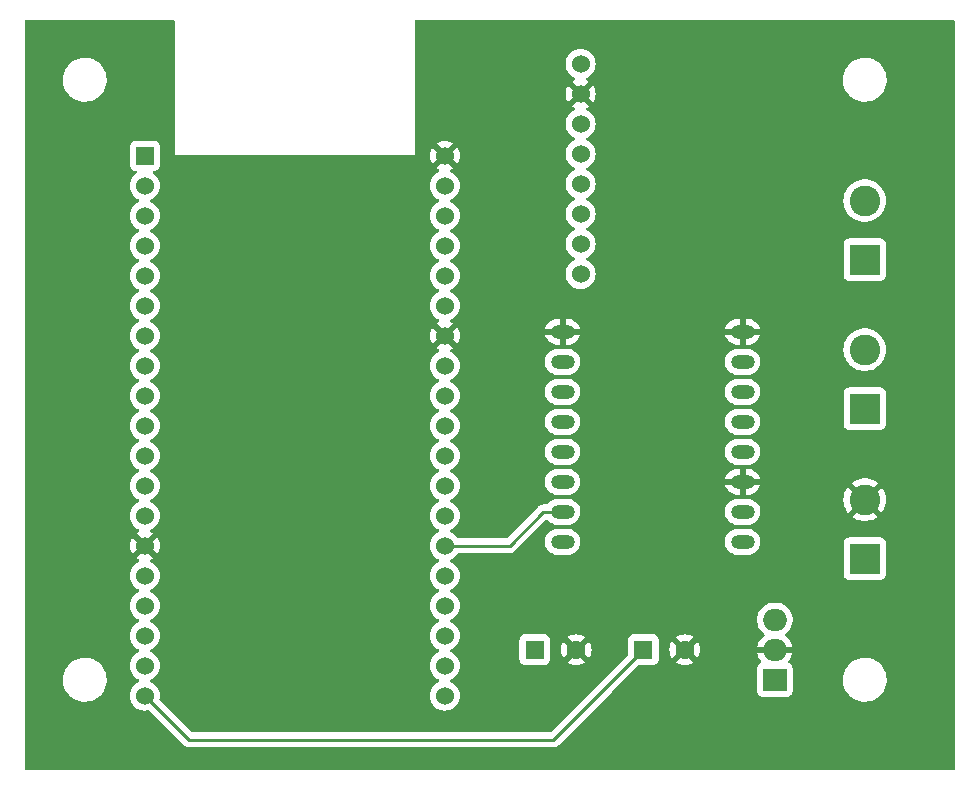
<source format=gbr>
%TF.GenerationSoftware,KiCad,Pcbnew,7.0.9*%
%TF.CreationDate,2024-04-18T13:08:03+02:00*%
%TF.ProjectId,Pendulo_Inverso,50656e64-756c-46f5-9f49-6e766572736f,rev?*%
%TF.SameCoordinates,Original*%
%TF.FileFunction,Copper,L2,Bot*%
%TF.FilePolarity,Positive*%
%FSLAX46Y46*%
G04 Gerber Fmt 4.6, Leading zero omitted, Abs format (unit mm)*
G04 Created by KiCad (PCBNEW 7.0.9) date 2024-04-18 13:08:03*
%MOMM*%
%LPD*%
G01*
G04 APERTURE LIST*
%TA.AperFunction,ComponentPad*%
%ADD10R,1.530000X1.530000*%
%TD*%
%TA.AperFunction,ComponentPad*%
%ADD11C,1.530000*%
%TD*%
%TA.AperFunction,ComponentPad*%
%ADD12O,2.000000X1.200000*%
%TD*%
%TA.AperFunction,ComponentPad*%
%ADD13R,2.600000X2.600000*%
%TD*%
%TA.AperFunction,ComponentPad*%
%ADD14C,2.600000*%
%TD*%
%TA.AperFunction,ComponentPad*%
%ADD15R,2.000000X1.905000*%
%TD*%
%TA.AperFunction,ComponentPad*%
%ADD16O,2.000000X1.905000*%
%TD*%
%TA.AperFunction,ComponentPad*%
%ADD17R,1.600000X1.600000*%
%TD*%
%TA.AperFunction,ComponentPad*%
%ADD18C,1.600000*%
%TD*%
%TA.AperFunction,Conductor*%
%ADD19C,0.250000*%
%TD*%
G04 APERTURE END LIST*
D10*
%TO.P,U2,1,3V3*%
%TO.N,VCC*%
X119380000Y-87710000D03*
D11*
%TO.P,U2,2,EN*%
%TO.N,unconnected-(U2-EN-Pad2)*%
X119380000Y-90250000D03*
%TO.P,U2,3,SENSOR_VP*%
%TO.N,unconnected-(U2-SENSOR_VP-Pad3)*%
X119380000Y-92790000D03*
%TO.P,U2,4,SENSOR_VN*%
%TO.N,unconnected-(U2-SENSOR_VN-Pad4)*%
X119380000Y-95330000D03*
%TO.P,U2,5,IO34*%
%TO.N,unconnected-(U2-IO34-Pad5)*%
X119380000Y-97870000D03*
%TO.P,U2,6,IO35*%
%TO.N,unconnected-(U2-IO35-Pad6)*%
X119380000Y-100410000D03*
%TO.P,U2,7,IO32*%
%TO.N,unconnected-(U2-IO32-Pad7)*%
X119380000Y-102950000D03*
%TO.P,U2,8,IO33*%
%TO.N,unconnected-(U2-IO33-Pad8)*%
X119380000Y-105490000D03*
%TO.P,U2,9,IO25*%
%TO.N,unconnected-(U2-IO25-Pad9)*%
X119380000Y-108030000D03*
%TO.P,U2,10,IO26*%
%TO.N,unconnected-(U2-IO26-Pad10)*%
X119380000Y-110570000D03*
%TO.P,U2,11,IO27*%
%TO.N,unconnected-(U2-IO27-Pad11)*%
X119380000Y-113110000D03*
%TO.P,U2,12,IO14*%
%TO.N,unconnected-(U2-IO14-Pad12)*%
X119380000Y-115650000D03*
%TO.P,U2,13,IO12*%
%TO.N,unconnected-(U2-IO12-Pad13)*%
X119380000Y-118190000D03*
%TO.P,U2,14,GND1*%
%TO.N,GND*%
X119380000Y-120730000D03*
%TO.P,U2,15,IO13*%
%TO.N,unconnected-(U2-IO13-Pad15)*%
X119380000Y-123270000D03*
%TO.P,U2,16,SD2*%
%TO.N,unconnected-(U2-SD2-Pad16)*%
X119380000Y-125810000D03*
%TO.P,U2,17,SD3*%
%TO.N,unconnected-(U2-SD3-Pad17)*%
X119380000Y-128350000D03*
%TO.P,U2,18,CMD*%
%TO.N,unconnected-(U2-CMD-Pad18)*%
X119380000Y-130890000D03*
%TO.P,U2,19,EXT_5V*%
%TO.N,Net-(U1-VO)*%
X119380000Y-133430000D03*
%TO.P,U2,20,CLK*%
%TO.N,unconnected-(U2-CLK-Pad20)*%
X144780000Y-133430000D03*
%TO.P,U2,21,SD0*%
%TO.N,unconnected-(U2-SD0-Pad21)*%
X144780000Y-130890000D03*
%TO.P,U2,22,SD1*%
%TO.N,unconnected-(U2-SD1-Pad22)*%
X144780000Y-128350000D03*
%TO.P,U2,23,IO15*%
%TO.N,unconnected-(U2-IO15-Pad23)*%
X144780000Y-125810000D03*
%TO.P,U2,24,IO2*%
%TO.N,AIN2*%
X144780000Y-123270000D03*
%TO.P,U2,25,IO0*%
%TO.N,AIN1*%
X144780000Y-120730000D03*
%TO.P,U2,26,IO4*%
%TO.N,BIN1*%
X144780000Y-118190000D03*
%TO.P,U2,27,IO16*%
%TO.N,BIN2*%
X144780000Y-115650000D03*
%TO.P,U2,28,IO17*%
%TO.N,PWMB*%
X144780000Y-113110000D03*
%TO.P,U2,29,IO5*%
%TO.N,unconnected-(U2-IO5-Pad29)*%
X144780000Y-110570000D03*
%TO.P,U2,30,IO18*%
%TO.N,unconnected-(U2-IO18-Pad30)*%
X144780000Y-108030000D03*
%TO.P,U2,31,IO19*%
%TO.N,unconnected-(U2-IO19-Pad31)*%
X144780000Y-105490000D03*
%TO.P,U2,32,GND2*%
%TO.N,GND*%
X144780000Y-102950000D03*
%TO.P,U2,33,IO21*%
%TO.N,Net-(U2-IO21)*%
X144780000Y-100410000D03*
%TO.P,U2,34,RXD0*%
%TO.N,unconnected-(U2-RXD0-Pad34)*%
X144780000Y-97870000D03*
%TO.P,U2,35,TXD0*%
%TO.N,unconnected-(U2-TXD0-Pad35)*%
X144780000Y-95330000D03*
%TO.P,U2,36,IO22*%
%TO.N,Net-(U2-IO22)*%
X144780000Y-92790000D03*
%TO.P,U2,37,IO23*%
%TO.N,unconnected-(U2-IO23-Pad37)*%
X144780000Y-90250000D03*
%TO.P,U2,38,GND3*%
%TO.N,GND*%
X144780000Y-87710000D03*
%TD*%
%TO.P,U4,1,VDD*%
%TO.N,VCC*%
X156273500Y-79946500D03*
%TO.P,U4,2,GND*%
%TO.N,GND*%
X156273500Y-82486500D03*
%TO.P,U4,3,SCL*%
%TO.N,Net-(U2-IO22)*%
X156273500Y-85026500D03*
%TO.P,U4,4,SDA*%
%TO.N,Net-(U2-IO21)*%
X156273500Y-87566500D03*
%TO.P,U4,5,AUX_DA*%
%TO.N,unconnected-(U4-AUX_DA-Pad5)*%
X156273500Y-90106500D03*
%TO.P,U4,6,AUX_CL*%
%TO.N,unconnected-(U4-AUX_CL-Pad6)*%
X156273500Y-92646500D03*
%TO.P,U4,7,AD0*%
%TO.N,unconnected-(U4-AD0-Pad7)*%
X156273500Y-95186500D03*
%TO.P,U4,8,INT*%
%TO.N,unconnected-(U4-INT-Pad8)*%
X156273500Y-97726500D03*
%TD*%
D12*
%TO.P,IC2,1,VM1*%
%TO.N,Net-(IC2-VM1)*%
X169990000Y-120410000D03*
%TO.P,IC2,2,VCC*%
%TO.N,VCC*%
X169990000Y-117870000D03*
%TO.P,IC2,3,GND*%
%TO.N,GND*%
X169990000Y-115330000D03*
%TO.P,IC2,4,AO1*%
%TO.N,AO1*%
X169990000Y-112790000D03*
%TO.P,IC2,5,AO2*%
%TO.N,AO2*%
X169990000Y-110250000D03*
%TO.P,IC2,6,BO1*%
%TO.N,BO1*%
X169990000Y-107710000D03*
%TO.P,IC2,7,BO2*%
%TO.N,BO2*%
X169990000Y-105170000D03*
%TO.P,IC2,8,GND*%
%TO.N,GND*%
X169990000Y-102630000D03*
%TO.P,IC2,9,GND*%
X154750000Y-102630000D03*
%TO.P,IC2,10,PWMB*%
%TO.N,PWMB*%
X154750000Y-105170000D03*
%TO.P,IC2,11,BIN2*%
%TO.N,BIN2*%
X154750000Y-107710000D03*
%TO.P,IC2,12,BIN1*%
%TO.N,BIN1*%
X154750000Y-110250000D03*
%TO.P,IC2,13,STBY*%
%TO.N,STBY*%
X154750000Y-112790000D03*
%TO.P,IC2,14,AIN2*%
%TO.N,AIN2*%
X154750000Y-115330000D03*
%TO.P,IC2,15,AIN1*%
%TO.N,AIN1*%
X154750000Y-117870000D03*
%TO.P,IC2,16,PWMA*%
%TO.N,PWMA*%
X154750000Y-120410000D03*
%TD*%
D13*
%TO.P,Pilas1,1*%
%TO.N,Net-(IC2-VM1)*%
X180340000Y-121840000D03*
D14*
%TO.P,Pilas1,2*%
%TO.N,GND*%
X180340000Y-116840000D03*
%TD*%
D15*
%TO.P,U1,1,VI*%
%TO.N,Net-(IC2-VM1)*%
X172720000Y-132080000D03*
D16*
%TO.P,U1,2,GND*%
%TO.N,GND*%
X172720000Y-129540000D03*
%TO.P,U1,3,VO*%
%TO.N,Net-(U1-VO)*%
X172720000Y-127000000D03*
%TD*%
D17*
%TO.P,C3,1*%
%TO.N,Net-(U1-VO)*%
X161600000Y-129540000D03*
D18*
%TO.P,C3,2*%
%TO.N,GND*%
X165100000Y-129540000D03*
%TD*%
D13*
%TO.P,Motor1,1*%
%TO.N,AO1*%
X180340000Y-109140000D03*
D14*
%TO.P,Motor1,2*%
%TO.N,AO2*%
X180340000Y-104140000D03*
%TD*%
D17*
%TO.P,C2,1*%
%TO.N,Net-(IC2-VM1)*%
X152400000Y-129540000D03*
D18*
%TO.P,C2,2*%
%TO.N,GND*%
X155900000Y-129540000D03*
%TD*%
D13*
%TO.P,Motor2,1*%
%TO.N,BO1*%
X180340000Y-96520000D03*
D14*
%TO.P,Motor2,2*%
%TO.N,BO2*%
X180340000Y-91520000D03*
%TD*%
D19*
%TO.N,AIN1*%
X153130000Y-117870000D02*
X154750000Y-117870000D01*
X150270000Y-120730000D02*
X153130000Y-117870000D01*
X144780000Y-120730000D02*
X150270000Y-120730000D01*
%TO.N,Net-(U1-VO)*%
X119380000Y-133430000D02*
X123110000Y-137160000D01*
X153980000Y-137160000D02*
X161600000Y-129540000D01*
X123110000Y-137160000D02*
X153980000Y-137160000D01*
%TD*%
%TA.AperFunction,Conductor*%
%TO.N,GND*%
G36*
X121863039Y-76220185D02*
G01*
X121908794Y-76272989D01*
X121920000Y-76324500D01*
X121920000Y-87630000D01*
X142240000Y-87630000D01*
X142240000Y-76324500D01*
X142259685Y-76257461D01*
X142312489Y-76211706D01*
X142364000Y-76200500D01*
X187835500Y-76200500D01*
X187902539Y-76220185D01*
X187948294Y-76272989D01*
X187959500Y-76324500D01*
X187959500Y-139575500D01*
X187939815Y-139642539D01*
X187887011Y-139688294D01*
X187835500Y-139699500D01*
X109344500Y-139699500D01*
X109277461Y-139679815D01*
X109231706Y-139627011D01*
X109220500Y-139575500D01*
X109220500Y-132147763D01*
X112445787Y-132147763D01*
X112475413Y-132417013D01*
X112475415Y-132417024D01*
X112543926Y-132679082D01*
X112543928Y-132679088D01*
X112649870Y-132928390D01*
X112779003Y-133139982D01*
X112790979Y-133159605D01*
X112790986Y-133159615D01*
X112964253Y-133367819D01*
X112964259Y-133367824D01*
X113033650Y-133429998D01*
X113165998Y-133548582D01*
X113391910Y-133698044D01*
X113637176Y-133813020D01*
X113637183Y-133813022D01*
X113637185Y-133813023D01*
X113896557Y-133891057D01*
X113896564Y-133891058D01*
X113896569Y-133891060D01*
X114164561Y-133930500D01*
X114164566Y-133930500D01*
X114367636Y-133930500D01*
X114419133Y-133926730D01*
X114570156Y-133915677D01*
X114682758Y-133890593D01*
X114834546Y-133856782D01*
X114834548Y-133856781D01*
X114834553Y-133856780D01*
X115087558Y-133760014D01*
X115323777Y-133627441D01*
X115538177Y-133461888D01*
X115568920Y-133430001D01*
X118109666Y-133430001D01*
X118128964Y-133650585D01*
X118128965Y-133650592D01*
X118186275Y-133864475D01*
X118186279Y-133864486D01*
X118217062Y-133930500D01*
X118279858Y-134065167D01*
X118406868Y-134246555D01*
X118563445Y-134403132D01*
X118744833Y-134530142D01*
X118865572Y-134586443D01*
X118945513Y-134623720D01*
X118945515Y-134623720D01*
X118945520Y-134623723D01*
X119159409Y-134681035D01*
X119316974Y-134694820D01*
X119379998Y-134700334D01*
X119380000Y-134700334D01*
X119380002Y-134700334D01*
X119435147Y-134695509D01*
X119600591Y-134681035D01*
X119646471Y-134668741D01*
X119716319Y-134670404D01*
X119766245Y-134700835D01*
X122609194Y-137543784D01*
X122619019Y-137556048D01*
X122619240Y-137555866D01*
X122624210Y-137561873D01*
X122624213Y-137561876D01*
X122624214Y-137561877D01*
X122674651Y-137609241D01*
X122695530Y-137630120D01*
X122701004Y-137634366D01*
X122705442Y-137638156D01*
X122739418Y-137670062D01*
X122739422Y-137670064D01*
X122756973Y-137679713D01*
X122773231Y-137690392D01*
X122789064Y-137702674D01*
X122811015Y-137712172D01*
X122831837Y-137721183D01*
X122837081Y-137723752D01*
X122877908Y-137746197D01*
X122897312Y-137751179D01*
X122915710Y-137757478D01*
X122934105Y-137765438D01*
X122980129Y-137772726D01*
X122985832Y-137773907D01*
X123030981Y-137785500D01*
X123051016Y-137785500D01*
X123070413Y-137787026D01*
X123090196Y-137790160D01*
X123136584Y-137785775D01*
X123142422Y-137785500D01*
X153897257Y-137785500D01*
X153912877Y-137787224D01*
X153912904Y-137786939D01*
X153920660Y-137787671D01*
X153920667Y-137787673D01*
X153989814Y-137785500D01*
X154019350Y-137785500D01*
X154026228Y-137784630D01*
X154032041Y-137784172D01*
X154078627Y-137782709D01*
X154097869Y-137777117D01*
X154116912Y-137773174D01*
X154136792Y-137770664D01*
X154180122Y-137753507D01*
X154185646Y-137751617D01*
X154189396Y-137750527D01*
X154230390Y-137738618D01*
X154247629Y-137728422D01*
X154265103Y-137719862D01*
X154283727Y-137712488D01*
X154283727Y-137712487D01*
X154283732Y-137712486D01*
X154321449Y-137685082D01*
X154326305Y-137681892D01*
X154366420Y-137658170D01*
X154380589Y-137643999D01*
X154395379Y-137631368D01*
X154411587Y-137619594D01*
X154441299Y-137583676D01*
X154445212Y-137579376D01*
X158944219Y-133080370D01*
X171219500Y-133080370D01*
X171219501Y-133080376D01*
X171225908Y-133139983D01*
X171276202Y-133274828D01*
X171276206Y-133274835D01*
X171362452Y-133390044D01*
X171362455Y-133390047D01*
X171477664Y-133476293D01*
X171477671Y-133476297D01*
X171612517Y-133526591D01*
X171612516Y-133526591D01*
X171619444Y-133527335D01*
X171672127Y-133533000D01*
X173767872Y-133532999D01*
X173827483Y-133526591D01*
X173962331Y-133476296D01*
X174077546Y-133390046D01*
X174163796Y-133274831D01*
X174214091Y-133139983D01*
X174220500Y-133080373D01*
X174220500Y-132147763D01*
X178485787Y-132147763D01*
X178515413Y-132417013D01*
X178515415Y-132417024D01*
X178583926Y-132679082D01*
X178583928Y-132679088D01*
X178689870Y-132928390D01*
X178819003Y-133139982D01*
X178830979Y-133159605D01*
X178830986Y-133159615D01*
X179004253Y-133367819D01*
X179004259Y-133367824D01*
X179073650Y-133429998D01*
X179205998Y-133548582D01*
X179431910Y-133698044D01*
X179677176Y-133813020D01*
X179677183Y-133813022D01*
X179677185Y-133813023D01*
X179936557Y-133891057D01*
X179936564Y-133891058D01*
X179936569Y-133891060D01*
X180204561Y-133930500D01*
X180204566Y-133930500D01*
X180407636Y-133930500D01*
X180459133Y-133926730D01*
X180610156Y-133915677D01*
X180722758Y-133890593D01*
X180874546Y-133856782D01*
X180874548Y-133856781D01*
X180874553Y-133856780D01*
X181127558Y-133760014D01*
X181363777Y-133627441D01*
X181578177Y-133461888D01*
X181766186Y-133266881D01*
X181923799Y-133046579D01*
X181997787Y-132902669D01*
X182047649Y-132805690D01*
X182047651Y-132805684D01*
X182047656Y-132805675D01*
X182135118Y-132549305D01*
X182184319Y-132282933D01*
X182194212Y-132012235D01*
X182164586Y-131742982D01*
X182096072Y-131480912D01*
X181990130Y-131231610D01*
X181849018Y-131000390D01*
X181759747Y-130893119D01*
X181675746Y-130792180D01*
X181675740Y-130792175D01*
X181474002Y-130611418D01*
X181248092Y-130461957D01*
X181217214Y-130447482D01*
X181002824Y-130346980D01*
X181002819Y-130346978D01*
X181002814Y-130346976D01*
X180743442Y-130268942D01*
X180743428Y-130268939D01*
X180627791Y-130251921D01*
X180475439Y-130229500D01*
X180272369Y-130229500D01*
X180272364Y-130229500D01*
X180069844Y-130244323D01*
X180069831Y-130244325D01*
X179805453Y-130303217D01*
X179805446Y-130303220D01*
X179552439Y-130399987D01*
X179316226Y-130532557D01*
X179101822Y-130698112D01*
X178913822Y-130893109D01*
X178913816Y-130893116D01*
X178756202Y-131113419D01*
X178756199Y-131113424D01*
X178632350Y-131354309D01*
X178632343Y-131354327D01*
X178544884Y-131610685D01*
X178544881Y-131610699D01*
X178495681Y-131877068D01*
X178495680Y-131877075D01*
X178485787Y-132147763D01*
X174220500Y-132147763D01*
X174220499Y-131079628D01*
X174214091Y-131020017D01*
X174206768Y-131000384D01*
X174163797Y-130885171D01*
X174163793Y-130885164D01*
X174077547Y-130769955D01*
X174077544Y-130769952D01*
X173962335Y-130683706D01*
X173962326Y-130683701D01*
X173931196Y-130672091D01*
X173875262Y-130630221D01*
X173850844Y-130564757D01*
X173865695Y-130496484D01*
X173876675Y-130479746D01*
X173987653Y-130337162D01*
X173987655Y-130337159D01*
X174102215Y-130125468D01*
X174102221Y-130125454D01*
X174180380Y-129897791D01*
X174198367Y-129790000D01*
X173214852Y-129790000D01*
X173263559Y-129652953D01*
X173273877Y-129502114D01*
X173243116Y-129354085D01*
X173209910Y-129290000D01*
X174198366Y-129290000D01*
X174198366Y-129289999D01*
X174180380Y-129182208D01*
X174102221Y-128954545D01*
X174102215Y-128954531D01*
X173987655Y-128742840D01*
X173987649Y-128742831D01*
X173839806Y-128552883D01*
X173839797Y-128552873D01*
X173662710Y-128389851D01*
X173662704Y-128389847D01*
X173638611Y-128374106D01*
X173593255Y-128320959D01*
X173583832Y-128251728D01*
X173613335Y-128188392D01*
X173638608Y-128166493D01*
X173663010Y-128150551D01*
X173840171Y-127987463D01*
X173988072Y-127797439D01*
X174102679Y-127585664D01*
X174180866Y-127357913D01*
X174220500Y-127120399D01*
X174220500Y-126879601D01*
X174180866Y-126642087D01*
X174102679Y-126414336D01*
X173988072Y-126202561D01*
X173840171Y-126012537D01*
X173663010Y-125849449D01*
X173461422Y-125717745D01*
X173461419Y-125717743D01*
X173461418Y-125717743D01*
X173240905Y-125621017D01*
X173007472Y-125561904D01*
X172863329Y-125549960D01*
X172827600Y-125547000D01*
X172612400Y-125547000D01*
X172579898Y-125549693D01*
X172432527Y-125561904D01*
X172199094Y-125621017D01*
X171978581Y-125717743D01*
X171978578Y-125717745D01*
X171776990Y-125849449D01*
X171599829Y-126012537D01*
X171556305Y-126068456D01*
X171451929Y-126202558D01*
X171337321Y-126414334D01*
X171337318Y-126414343D01*
X171259134Y-126642083D01*
X171219500Y-126879602D01*
X171219500Y-127120397D01*
X171259134Y-127357916D01*
X171337318Y-127585656D01*
X171337321Y-127585665D01*
X171451929Y-127797441D01*
X171495451Y-127853358D01*
X171599829Y-127987463D01*
X171724844Y-128102547D01*
X171776994Y-128150555D01*
X171801384Y-128166489D01*
X171846742Y-128219634D01*
X171856166Y-128288866D01*
X171826665Y-128352202D01*
X171801390Y-128374104D01*
X171777297Y-128389846D01*
X171777289Y-128389851D01*
X171600202Y-128552873D01*
X171600193Y-128552883D01*
X171452350Y-128742831D01*
X171452344Y-128742840D01*
X171337784Y-128954531D01*
X171337778Y-128954545D01*
X171259619Y-129182208D01*
X171241633Y-129289999D01*
X171241634Y-129290000D01*
X172225148Y-129290000D01*
X172176441Y-129427047D01*
X172166123Y-129577886D01*
X172196884Y-129725915D01*
X172230090Y-129790000D01*
X171241633Y-129790000D01*
X171259619Y-129897791D01*
X171337778Y-130125454D01*
X171337784Y-130125468D01*
X171452344Y-130337159D01*
X171452350Y-130337168D01*
X171563324Y-130479747D01*
X171588967Y-130544741D01*
X171575401Y-130613281D01*
X171526932Y-130663605D01*
X171508804Y-130672091D01*
X171477671Y-130683702D01*
X171477664Y-130683706D01*
X171362455Y-130769952D01*
X171362452Y-130769955D01*
X171276206Y-130885164D01*
X171276202Y-130885171D01*
X171225908Y-131020017D01*
X171219501Y-131079616D01*
X171219501Y-131079623D01*
X171219500Y-131079635D01*
X171219500Y-133080370D01*
X158944219Y-133080370D01*
X161147772Y-130876818D01*
X161209095Y-130843333D01*
X161235453Y-130840499D01*
X162447871Y-130840499D01*
X162447872Y-130840499D01*
X162507483Y-130834091D01*
X162642331Y-130783796D01*
X162757546Y-130697546D01*
X162843796Y-130582331D01*
X162894091Y-130447483D01*
X162900500Y-130387873D01*
X162900500Y-129540002D01*
X163795034Y-129540002D01*
X163814858Y-129766599D01*
X163814860Y-129766610D01*
X163873730Y-129986317D01*
X163873734Y-129986326D01*
X163969865Y-130192481D01*
X163969866Y-130192483D01*
X164020973Y-130265471D01*
X164020974Y-130265472D01*
X164702046Y-129584399D01*
X164714835Y-129665148D01*
X164772359Y-129778045D01*
X164861955Y-129867641D01*
X164974852Y-129925165D01*
X165055599Y-129937953D01*
X164374526Y-130619025D01*
X164374526Y-130619026D01*
X164447512Y-130670131D01*
X164447516Y-130670133D01*
X164653673Y-130766265D01*
X164653682Y-130766269D01*
X164873389Y-130825139D01*
X164873400Y-130825141D01*
X165099998Y-130844966D01*
X165100002Y-130844966D01*
X165326599Y-130825141D01*
X165326610Y-130825139D01*
X165546317Y-130766269D01*
X165546331Y-130766264D01*
X165752478Y-130670136D01*
X165825472Y-130619025D01*
X165144401Y-129937953D01*
X165225148Y-129925165D01*
X165338045Y-129867641D01*
X165427641Y-129778045D01*
X165485165Y-129665148D01*
X165497953Y-129584400D01*
X166179025Y-130265472D01*
X166230136Y-130192478D01*
X166326264Y-129986331D01*
X166326269Y-129986317D01*
X166385139Y-129766610D01*
X166385141Y-129766599D01*
X166404966Y-129540002D01*
X166404966Y-129539997D01*
X166385141Y-129313400D01*
X166385139Y-129313389D01*
X166326269Y-129093682D01*
X166326265Y-129093673D01*
X166230133Y-128887516D01*
X166230131Y-128887512D01*
X166179026Y-128814526D01*
X166179025Y-128814526D01*
X165497953Y-129495598D01*
X165485165Y-129414852D01*
X165427641Y-129301955D01*
X165338045Y-129212359D01*
X165225148Y-129154835D01*
X165144400Y-129142046D01*
X165825472Y-128460974D01*
X165825471Y-128460973D01*
X165752483Y-128409866D01*
X165752481Y-128409865D01*
X165546326Y-128313734D01*
X165546317Y-128313730D01*
X165326610Y-128254860D01*
X165326599Y-128254858D01*
X165100002Y-128235034D01*
X165099998Y-128235034D01*
X164873400Y-128254858D01*
X164873389Y-128254860D01*
X164653682Y-128313730D01*
X164653673Y-128313734D01*
X164447513Y-128409868D01*
X164374527Y-128460972D01*
X164374526Y-128460973D01*
X165055600Y-129142046D01*
X164974852Y-129154835D01*
X164861955Y-129212359D01*
X164772359Y-129301955D01*
X164714835Y-129414852D01*
X164702046Y-129495599D01*
X164020973Y-128814526D01*
X164020972Y-128814527D01*
X163969868Y-128887513D01*
X163873734Y-129093673D01*
X163873730Y-129093682D01*
X163814860Y-129313389D01*
X163814858Y-129313400D01*
X163795034Y-129539997D01*
X163795034Y-129540002D01*
X162900500Y-129540002D01*
X162900499Y-128692128D01*
X162894091Y-128632517D01*
X162870994Y-128570592D01*
X162843797Y-128497671D01*
X162843793Y-128497664D01*
X162757547Y-128382455D01*
X162757544Y-128382452D01*
X162642335Y-128296206D01*
X162642328Y-128296202D01*
X162507482Y-128245908D01*
X162507483Y-128245908D01*
X162447883Y-128239501D01*
X162447881Y-128239500D01*
X162447873Y-128239500D01*
X162447864Y-128239500D01*
X160752129Y-128239500D01*
X160752123Y-128239501D01*
X160692516Y-128245908D01*
X160557671Y-128296202D01*
X160557664Y-128296206D01*
X160442455Y-128382452D01*
X160442452Y-128382455D01*
X160356206Y-128497664D01*
X160356202Y-128497671D01*
X160305908Y-128632517D01*
X160299501Y-128692116D01*
X160299501Y-128692123D01*
X160299500Y-128692135D01*
X160299500Y-129904546D01*
X160279815Y-129971585D01*
X160263181Y-129992227D01*
X153757228Y-136498181D01*
X153695905Y-136531666D01*
X153669547Y-136534500D01*
X123420452Y-136534500D01*
X123353413Y-136514815D01*
X123332771Y-136498181D01*
X120650835Y-133816244D01*
X120617350Y-133754921D01*
X120618742Y-133696467D01*
X120631034Y-133650595D01*
X120631034Y-133650594D01*
X120631035Y-133650591D01*
X120650334Y-133430001D01*
X143509666Y-133430001D01*
X143528964Y-133650585D01*
X143528965Y-133650592D01*
X143586275Y-133864475D01*
X143586279Y-133864486D01*
X143617062Y-133930500D01*
X143679858Y-134065167D01*
X143806868Y-134246555D01*
X143963445Y-134403132D01*
X144144833Y-134530142D01*
X144265572Y-134586443D01*
X144345513Y-134623720D01*
X144345515Y-134623720D01*
X144345520Y-134623723D01*
X144559409Y-134681035D01*
X144716974Y-134694820D01*
X144779998Y-134700334D01*
X144780000Y-134700334D01*
X144780002Y-134700334D01*
X144835147Y-134695509D01*
X145000591Y-134681035D01*
X145214480Y-134623723D01*
X145415167Y-134530142D01*
X145596555Y-134403132D01*
X145753132Y-134246555D01*
X145880142Y-134065167D01*
X145973723Y-133864480D01*
X146031035Y-133650591D01*
X146050334Y-133430000D01*
X146031035Y-133209409D01*
X145973723Y-132995520D01*
X145880142Y-132794833D01*
X145753132Y-132613445D01*
X145596555Y-132456868D01*
X145415167Y-132329858D01*
X145291907Y-132272381D01*
X145239468Y-132226210D01*
X145220316Y-132159017D01*
X145240531Y-132092136D01*
X145291908Y-132047618D01*
X145415167Y-131990142D01*
X145596555Y-131863132D01*
X145753132Y-131706555D01*
X145880142Y-131525167D01*
X145973723Y-131324480D01*
X146031035Y-131110591D01*
X146050334Y-130890000D01*
X146049911Y-130885169D01*
X146041776Y-130792180D01*
X146031035Y-130669409D01*
X145973723Y-130455520D01*
X145969975Y-130447483D01*
X145942177Y-130387870D01*
X151099500Y-130387870D01*
X151099501Y-130387876D01*
X151105908Y-130447483D01*
X151156202Y-130582328D01*
X151156206Y-130582335D01*
X151242452Y-130697544D01*
X151242455Y-130697547D01*
X151357664Y-130783793D01*
X151357671Y-130783797D01*
X151492517Y-130834091D01*
X151492516Y-130834091D01*
X151499444Y-130834835D01*
X151552127Y-130840500D01*
X153247872Y-130840499D01*
X153307483Y-130834091D01*
X153442331Y-130783796D01*
X153557546Y-130697546D01*
X153643796Y-130582331D01*
X153694091Y-130447483D01*
X153700500Y-130387873D01*
X153700500Y-129540002D01*
X154595034Y-129540002D01*
X154614858Y-129766599D01*
X154614860Y-129766610D01*
X154673730Y-129986317D01*
X154673734Y-129986326D01*
X154769865Y-130192481D01*
X154769866Y-130192483D01*
X154820973Y-130265471D01*
X154820974Y-130265472D01*
X155502046Y-129584399D01*
X155514835Y-129665148D01*
X155572359Y-129778045D01*
X155661955Y-129867641D01*
X155774852Y-129925165D01*
X155855599Y-129937953D01*
X155174526Y-130619025D01*
X155174526Y-130619026D01*
X155247512Y-130670131D01*
X155247516Y-130670133D01*
X155453673Y-130766265D01*
X155453682Y-130766269D01*
X155673389Y-130825139D01*
X155673400Y-130825141D01*
X155899998Y-130844966D01*
X155900002Y-130844966D01*
X156126599Y-130825141D01*
X156126610Y-130825139D01*
X156346317Y-130766269D01*
X156346331Y-130766264D01*
X156552478Y-130670136D01*
X156625472Y-130619025D01*
X155944401Y-129937953D01*
X156025148Y-129925165D01*
X156138045Y-129867641D01*
X156227641Y-129778045D01*
X156285165Y-129665148D01*
X156297953Y-129584400D01*
X156979025Y-130265472D01*
X157030136Y-130192478D01*
X157126264Y-129986331D01*
X157126269Y-129986317D01*
X157185139Y-129766610D01*
X157185141Y-129766599D01*
X157204966Y-129540002D01*
X157204966Y-129539997D01*
X157185141Y-129313400D01*
X157185139Y-129313389D01*
X157126269Y-129093682D01*
X157126265Y-129093673D01*
X157030133Y-128887516D01*
X157030131Y-128887512D01*
X156979026Y-128814526D01*
X156979025Y-128814526D01*
X156297953Y-129495598D01*
X156285165Y-129414852D01*
X156227641Y-129301955D01*
X156138045Y-129212359D01*
X156025148Y-129154835D01*
X155944400Y-129142046D01*
X156625472Y-128460974D01*
X156625471Y-128460973D01*
X156552483Y-128409866D01*
X156552481Y-128409865D01*
X156346326Y-128313734D01*
X156346317Y-128313730D01*
X156126610Y-128254860D01*
X156126599Y-128254858D01*
X155900002Y-128235034D01*
X155899998Y-128235034D01*
X155673400Y-128254858D01*
X155673389Y-128254860D01*
X155453682Y-128313730D01*
X155453673Y-128313734D01*
X155247513Y-128409868D01*
X155174527Y-128460972D01*
X155174526Y-128460973D01*
X155855600Y-129142046D01*
X155774852Y-129154835D01*
X155661955Y-129212359D01*
X155572359Y-129301955D01*
X155514835Y-129414852D01*
X155502046Y-129495599D01*
X154820973Y-128814526D01*
X154820972Y-128814527D01*
X154769868Y-128887513D01*
X154673734Y-129093673D01*
X154673730Y-129093682D01*
X154614860Y-129313389D01*
X154614858Y-129313400D01*
X154595034Y-129539997D01*
X154595034Y-129540002D01*
X153700500Y-129540002D01*
X153700499Y-128692128D01*
X153694091Y-128632517D01*
X153670994Y-128570592D01*
X153643797Y-128497671D01*
X153643793Y-128497664D01*
X153557547Y-128382455D01*
X153557544Y-128382452D01*
X153442335Y-128296206D01*
X153442328Y-128296202D01*
X153307482Y-128245908D01*
X153307483Y-128245908D01*
X153247883Y-128239501D01*
X153247881Y-128239500D01*
X153247873Y-128239500D01*
X153247864Y-128239500D01*
X151552129Y-128239500D01*
X151552123Y-128239501D01*
X151492516Y-128245908D01*
X151357671Y-128296202D01*
X151357664Y-128296206D01*
X151242455Y-128382452D01*
X151242452Y-128382455D01*
X151156206Y-128497664D01*
X151156202Y-128497671D01*
X151105908Y-128632517D01*
X151099501Y-128692116D01*
X151099501Y-128692123D01*
X151099500Y-128692135D01*
X151099500Y-130387870D01*
X145942177Y-130387870D01*
X145923110Y-130346980D01*
X145880142Y-130254833D01*
X145753132Y-130073445D01*
X145596555Y-129916868D01*
X145415167Y-129789858D01*
X145365287Y-129766599D01*
X145291908Y-129732382D01*
X145239468Y-129686210D01*
X145220316Y-129619017D01*
X145240531Y-129552136D01*
X145291908Y-129507618D01*
X145415167Y-129450142D01*
X145596555Y-129323132D01*
X145753132Y-129166555D01*
X145880142Y-128985167D01*
X145973723Y-128784480D01*
X146031035Y-128570591D01*
X146050334Y-128350000D01*
X146031035Y-128129409D01*
X145973723Y-127915520D01*
X145880142Y-127714833D01*
X145753132Y-127533445D01*
X145596555Y-127376868D01*
X145415167Y-127249858D01*
X145291907Y-127192381D01*
X145239468Y-127146210D01*
X145220316Y-127079017D01*
X145240531Y-127012136D01*
X145291908Y-126967618D01*
X145415167Y-126910142D01*
X145596555Y-126783132D01*
X145753132Y-126626555D01*
X145880142Y-126445167D01*
X145973723Y-126244480D01*
X146031035Y-126030591D01*
X146050334Y-125810000D01*
X146031035Y-125589409D01*
X145973723Y-125375520D01*
X145880142Y-125174833D01*
X145753132Y-124993445D01*
X145596555Y-124836868D01*
X145415167Y-124709858D01*
X145291907Y-124652381D01*
X145239468Y-124606210D01*
X145220316Y-124539017D01*
X145240531Y-124472136D01*
X145291908Y-124427618D01*
X145415167Y-124370142D01*
X145596555Y-124243132D01*
X145753132Y-124086555D01*
X145880142Y-123905167D01*
X145973723Y-123704480D01*
X146031035Y-123490591D01*
X146050334Y-123270000D01*
X146043149Y-123187870D01*
X178539500Y-123187870D01*
X178539501Y-123187876D01*
X178545908Y-123247483D01*
X178596202Y-123382328D01*
X178596206Y-123382335D01*
X178682452Y-123497544D01*
X178682455Y-123497547D01*
X178797664Y-123583793D01*
X178797671Y-123583797D01*
X178932517Y-123634091D01*
X178932516Y-123634091D01*
X178939444Y-123634835D01*
X178992127Y-123640500D01*
X181687872Y-123640499D01*
X181747483Y-123634091D01*
X181882331Y-123583796D01*
X181997546Y-123497546D01*
X182083796Y-123382331D01*
X182134091Y-123247483D01*
X182140500Y-123187873D01*
X182140499Y-120492128D01*
X182134091Y-120432517D01*
X182113178Y-120376447D01*
X182083797Y-120297671D01*
X182083793Y-120297664D01*
X181997547Y-120182455D01*
X181997544Y-120182452D01*
X181882335Y-120096206D01*
X181882328Y-120096202D01*
X181747482Y-120045908D01*
X181747483Y-120045908D01*
X181687883Y-120039501D01*
X181687881Y-120039500D01*
X181687873Y-120039500D01*
X181687864Y-120039500D01*
X178992129Y-120039500D01*
X178992123Y-120039501D01*
X178932516Y-120045908D01*
X178797671Y-120096202D01*
X178797664Y-120096206D01*
X178682455Y-120182452D01*
X178682452Y-120182455D01*
X178596206Y-120297664D01*
X178596202Y-120297671D01*
X178545908Y-120432517D01*
X178542674Y-120462602D01*
X178539501Y-120492123D01*
X178539500Y-120492135D01*
X178539500Y-123187870D01*
X146043149Y-123187870D01*
X146031035Y-123049409D01*
X145973723Y-122835520D01*
X145880142Y-122634833D01*
X145753132Y-122453445D01*
X145596555Y-122296868D01*
X145415167Y-122169858D01*
X145291907Y-122112381D01*
X145239468Y-122066210D01*
X145220316Y-121999017D01*
X145240531Y-121932136D01*
X145291908Y-121887618D01*
X145292500Y-121887342D01*
X145415167Y-121830142D01*
X145596555Y-121703132D01*
X145753132Y-121546555D01*
X145849887Y-121408374D01*
X145904463Y-121364751D01*
X145951461Y-121355500D01*
X150187257Y-121355500D01*
X150202877Y-121357224D01*
X150202904Y-121356939D01*
X150210660Y-121357671D01*
X150210667Y-121357673D01*
X150279814Y-121355500D01*
X150309350Y-121355500D01*
X150316228Y-121354630D01*
X150322041Y-121354172D01*
X150368627Y-121352709D01*
X150387869Y-121347117D01*
X150406912Y-121343174D01*
X150426792Y-121340664D01*
X150470122Y-121323507D01*
X150475646Y-121321617D01*
X150479396Y-121320527D01*
X150520390Y-121308618D01*
X150537629Y-121298422D01*
X150555103Y-121289862D01*
X150573727Y-121282488D01*
X150573727Y-121282487D01*
X150573732Y-121282486D01*
X150611449Y-121255082D01*
X150616305Y-121251892D01*
X150656420Y-121228170D01*
X150670589Y-121213999D01*
X150685379Y-121201368D01*
X150701587Y-121189594D01*
X150731299Y-121153676D01*
X150735212Y-121149376D01*
X151527187Y-120357401D01*
X153245746Y-120357401D01*
X153255745Y-120567327D01*
X153305296Y-120771578D01*
X153305298Y-120771582D01*
X153392598Y-120962743D01*
X153392601Y-120962748D01*
X153392602Y-120962750D01*
X153392604Y-120962753D01*
X153455627Y-121051256D01*
X153514515Y-121133953D01*
X153514520Y-121133959D01*
X153666620Y-121278985D01*
X153788362Y-121357224D01*
X153843428Y-121392613D01*
X154038543Y-121470725D01*
X154141729Y-121490612D01*
X154244914Y-121510500D01*
X154244915Y-121510500D01*
X155202419Y-121510500D01*
X155202425Y-121510500D01*
X155359218Y-121495528D01*
X155560875Y-121436316D01*
X155747682Y-121340011D01*
X155912886Y-121210092D01*
X156050519Y-121051256D01*
X156108686Y-120950509D01*
X156155601Y-120869249D01*
X156155600Y-120869249D01*
X156155604Y-120869244D01*
X156224344Y-120670633D01*
X156254254Y-120462602D01*
X156249243Y-120357401D01*
X168485746Y-120357401D01*
X168495745Y-120567327D01*
X168545296Y-120771578D01*
X168545298Y-120771582D01*
X168632598Y-120962743D01*
X168632601Y-120962748D01*
X168632602Y-120962750D01*
X168632604Y-120962753D01*
X168695627Y-121051256D01*
X168754515Y-121133953D01*
X168754520Y-121133959D01*
X168906620Y-121278985D01*
X169028362Y-121357224D01*
X169083428Y-121392613D01*
X169278543Y-121470725D01*
X169381729Y-121490612D01*
X169484914Y-121510500D01*
X169484915Y-121510500D01*
X170442419Y-121510500D01*
X170442425Y-121510500D01*
X170599218Y-121495528D01*
X170800875Y-121436316D01*
X170987682Y-121340011D01*
X171152886Y-121210092D01*
X171290519Y-121051256D01*
X171348686Y-120950509D01*
X171395601Y-120869249D01*
X171395600Y-120869249D01*
X171395604Y-120869244D01*
X171464344Y-120670633D01*
X171494254Y-120462602D01*
X171484254Y-120252670D01*
X171434704Y-120048424D01*
X171434701Y-120048417D01*
X171347401Y-119857256D01*
X171347398Y-119857251D01*
X171347397Y-119857250D01*
X171347396Y-119857247D01*
X171225486Y-119686048D01*
X171225484Y-119686046D01*
X171225479Y-119686040D01*
X171073379Y-119541014D01*
X170896574Y-119427388D01*
X170701455Y-119349274D01*
X170495086Y-119309500D01*
X170495085Y-119309500D01*
X169537575Y-119309500D01*
X169380782Y-119324472D01*
X169380778Y-119324473D01*
X169179127Y-119383683D01*
X168992313Y-119479991D01*
X168827116Y-119609905D01*
X168827112Y-119609909D01*
X168689478Y-119768746D01*
X168584398Y-119950750D01*
X168515656Y-120149365D01*
X168515656Y-120149367D01*
X168494334Y-120297671D01*
X168485746Y-120357401D01*
X156249243Y-120357401D01*
X156244254Y-120252670D01*
X156194704Y-120048424D01*
X156194701Y-120048417D01*
X156107401Y-119857256D01*
X156107398Y-119857251D01*
X156107397Y-119857250D01*
X156107396Y-119857247D01*
X155985486Y-119686048D01*
X155985484Y-119686046D01*
X155985479Y-119686040D01*
X155833379Y-119541014D01*
X155656574Y-119427388D01*
X155461455Y-119349274D01*
X155255086Y-119309500D01*
X155255085Y-119309500D01*
X154297575Y-119309500D01*
X154140782Y-119324472D01*
X154140778Y-119324473D01*
X153939127Y-119383683D01*
X153752313Y-119479991D01*
X153587116Y-119609905D01*
X153587112Y-119609909D01*
X153449478Y-119768746D01*
X153344398Y-119950750D01*
X153275656Y-120149365D01*
X153275656Y-120149367D01*
X153254334Y-120297671D01*
X153245746Y-120357401D01*
X151527187Y-120357401D01*
X153317744Y-118566845D01*
X153379065Y-118533362D01*
X153448757Y-118538346D01*
X153504690Y-118580218D01*
X153506429Y-118582599D01*
X153514511Y-118593949D01*
X153514520Y-118593959D01*
X153666620Y-118738985D01*
X153761578Y-118800011D01*
X153843428Y-118852613D01*
X154038543Y-118930725D01*
X154141729Y-118950612D01*
X154244914Y-118970500D01*
X154244915Y-118970500D01*
X155202419Y-118970500D01*
X155202425Y-118970500D01*
X155359218Y-118955528D01*
X155560875Y-118896316D01*
X155747682Y-118800011D01*
X155912886Y-118670092D01*
X156050519Y-118511256D01*
X156155604Y-118329244D01*
X156224344Y-118130633D01*
X156254254Y-117922602D01*
X156249243Y-117817401D01*
X168485746Y-117817401D01*
X168495745Y-118027327D01*
X168545296Y-118231578D01*
X168545298Y-118231582D01*
X168632598Y-118422743D01*
X168632601Y-118422748D01*
X168632602Y-118422750D01*
X168632604Y-118422753D01*
X168735213Y-118566847D01*
X168754515Y-118593953D01*
X168754520Y-118593959D01*
X168906620Y-118738985D01*
X169001578Y-118800011D01*
X169083428Y-118852613D01*
X169278543Y-118930725D01*
X169381729Y-118950612D01*
X169484914Y-118970500D01*
X169484915Y-118970500D01*
X170442419Y-118970500D01*
X170442425Y-118970500D01*
X170599218Y-118955528D01*
X170800875Y-118896316D01*
X170987682Y-118800011D01*
X171152886Y-118670092D01*
X171290519Y-118511256D01*
X171395604Y-118329244D01*
X171464344Y-118130633D01*
X171494254Y-117922602D01*
X171484254Y-117712670D01*
X171434704Y-117508424D01*
X171426290Y-117490000D01*
X171347401Y-117317256D01*
X171347398Y-117317251D01*
X171347397Y-117317250D01*
X171347396Y-117317247D01*
X171225486Y-117146048D01*
X171225484Y-117146046D01*
X171225479Y-117146040D01*
X171073379Y-117001014D01*
X170896574Y-116887388D01*
X170880962Y-116881138D01*
X170778214Y-116840004D01*
X178534953Y-116840004D01*
X178555113Y-117109026D01*
X178555113Y-117109028D01*
X178615142Y-117372033D01*
X178615148Y-117372052D01*
X178713709Y-117623181D01*
X178713708Y-117623181D01*
X178848602Y-117856822D01*
X178902294Y-117924151D01*
X179737452Y-117088992D01*
X179747188Y-117118956D01*
X179835186Y-117257619D01*
X179954903Y-117370040D01*
X180089510Y-117444041D01*
X179254848Y-118278702D01*
X179437483Y-118403220D01*
X179437485Y-118403221D01*
X179680539Y-118520269D01*
X179680537Y-118520269D01*
X179938337Y-118599790D01*
X179938343Y-118599792D01*
X180205101Y-118639999D01*
X180205110Y-118640000D01*
X180474890Y-118640000D01*
X180474898Y-118639999D01*
X180741656Y-118599792D01*
X180741662Y-118599790D01*
X180999461Y-118520269D01*
X181242521Y-118403218D01*
X181425150Y-118278702D01*
X180587534Y-117441086D01*
X180655629Y-117414126D01*
X180788492Y-117317595D01*
X180893175Y-117191055D01*
X180941631Y-117088079D01*
X181777703Y-117924151D01*
X181777704Y-117924150D01*
X181831393Y-117856828D01*
X181831400Y-117856817D01*
X181966290Y-117623181D01*
X182064851Y-117372052D01*
X182064857Y-117372033D01*
X182124886Y-117109028D01*
X182124886Y-117109026D01*
X182145047Y-116840004D01*
X182145047Y-116839995D01*
X182124886Y-116570973D01*
X182124886Y-116570971D01*
X182064857Y-116307966D01*
X182064851Y-116307947D01*
X181966290Y-116056818D01*
X181966291Y-116056818D01*
X181831397Y-115823177D01*
X181777704Y-115755847D01*
X180942546Y-116591004D01*
X180932812Y-116561044D01*
X180844814Y-116422381D01*
X180725097Y-116309960D01*
X180590489Y-116235958D01*
X181425150Y-115401296D01*
X181242517Y-115276779D01*
X181242516Y-115276778D01*
X180999460Y-115159730D01*
X180999462Y-115159730D01*
X180741662Y-115080209D01*
X180741656Y-115080207D01*
X180474898Y-115040000D01*
X180205101Y-115040000D01*
X179938343Y-115080207D01*
X179938337Y-115080209D01*
X179680538Y-115159730D01*
X179437485Y-115276778D01*
X179437476Y-115276783D01*
X179254848Y-115401296D01*
X180092465Y-116238913D01*
X180024371Y-116265874D01*
X179891508Y-116362405D01*
X179786825Y-116488945D01*
X179738368Y-116591921D01*
X178902295Y-115755848D01*
X178848600Y-115823180D01*
X178713709Y-116056818D01*
X178615148Y-116307947D01*
X178615142Y-116307966D01*
X178555113Y-116570971D01*
X178555113Y-116570973D01*
X178534953Y-116839995D01*
X178534953Y-116840004D01*
X170778214Y-116840004D01*
X170701457Y-116809275D01*
X170701455Y-116809274D01*
X170495086Y-116769500D01*
X170495085Y-116769500D01*
X169537575Y-116769500D01*
X169380782Y-116784472D01*
X169380778Y-116784473D01*
X169179127Y-116843683D01*
X168992313Y-116939991D01*
X168827116Y-117069905D01*
X168827112Y-117069909D01*
X168689478Y-117228746D01*
X168584398Y-117410750D01*
X168515656Y-117609365D01*
X168515656Y-117609367D01*
X168500804Y-117712670D01*
X168485746Y-117817401D01*
X156249243Y-117817401D01*
X156244254Y-117712670D01*
X156194704Y-117508424D01*
X156186290Y-117490000D01*
X156107401Y-117317256D01*
X156107398Y-117317251D01*
X156107397Y-117317250D01*
X156107396Y-117317247D01*
X155985486Y-117146048D01*
X155985484Y-117146046D01*
X155985479Y-117146040D01*
X155833379Y-117001014D01*
X155656574Y-116887388D01*
X155640962Y-116881138D01*
X155461457Y-116809275D01*
X155461455Y-116809274D01*
X155255086Y-116769500D01*
X155255085Y-116769500D01*
X154297575Y-116769500D01*
X154140782Y-116784472D01*
X154140778Y-116784473D01*
X153939127Y-116843683D01*
X153752313Y-116939991D01*
X153587116Y-117069905D01*
X153587112Y-117069909D01*
X153472912Y-117201703D01*
X153414133Y-117239477D01*
X153379199Y-117244500D01*
X153212743Y-117244500D01*
X153197122Y-117242775D01*
X153197096Y-117243061D01*
X153189334Y-117242327D01*
X153189333Y-117242327D01*
X153120186Y-117244500D01*
X153090649Y-117244500D01*
X153083766Y-117245369D01*
X153077949Y-117245826D01*
X153031373Y-117247290D01*
X153012129Y-117252881D01*
X152993079Y-117256825D01*
X152973211Y-117259334D01*
X152929884Y-117276488D01*
X152924358Y-117278379D01*
X152879614Y-117291379D01*
X152879610Y-117291381D01*
X152862366Y-117301579D01*
X152844905Y-117310133D01*
X152826274Y-117317510D01*
X152826262Y-117317517D01*
X152788570Y-117344902D01*
X152783687Y-117348109D01*
X152743580Y-117371829D01*
X152729414Y-117385995D01*
X152714624Y-117398627D01*
X152698414Y-117410404D01*
X152698411Y-117410407D01*
X152668710Y-117446309D01*
X152664777Y-117450631D01*
X150047228Y-120068181D01*
X149985905Y-120101666D01*
X149959547Y-120104500D01*
X145951461Y-120104500D01*
X145884422Y-120084815D01*
X145849887Y-120051625D01*
X145753132Y-119913445D01*
X145596555Y-119756868D01*
X145415167Y-119629858D01*
X145291907Y-119572381D01*
X145239468Y-119526210D01*
X145220316Y-119459017D01*
X145240531Y-119392136D01*
X145291908Y-119347618D01*
X145415167Y-119290142D01*
X145596555Y-119163132D01*
X145753132Y-119006555D01*
X145880142Y-118825167D01*
X145973723Y-118624480D01*
X146031035Y-118410591D01*
X146050334Y-118190000D01*
X146031035Y-117969409D01*
X145973723Y-117755520D01*
X145880142Y-117554833D01*
X145753132Y-117373445D01*
X145596555Y-117216868D01*
X145415167Y-117089858D01*
X145291907Y-117032381D01*
X145239468Y-116986210D01*
X145220316Y-116919017D01*
X145240531Y-116852136D01*
X145291908Y-116807618D01*
X145415167Y-116750142D01*
X145596555Y-116623132D01*
X145753132Y-116466555D01*
X145880142Y-116285167D01*
X145973723Y-116084480D01*
X146031035Y-115870591D01*
X146050334Y-115650000D01*
X146031035Y-115429409D01*
X145990304Y-115277401D01*
X153245746Y-115277401D01*
X153255745Y-115487327D01*
X153305296Y-115691578D01*
X153305298Y-115691582D01*
X153392598Y-115882743D01*
X153392601Y-115882748D01*
X153392602Y-115882750D01*
X153392604Y-115882753D01*
X153455627Y-115971256D01*
X153514515Y-116053953D01*
X153514520Y-116053959D01*
X153666620Y-116198985D01*
X153761578Y-116260011D01*
X153843428Y-116312613D01*
X154038543Y-116390725D01*
X154141729Y-116410612D01*
X154244914Y-116430500D01*
X154244915Y-116430500D01*
X155202419Y-116430500D01*
X155202425Y-116430500D01*
X155359218Y-116415528D01*
X155560875Y-116356316D01*
X155747682Y-116260011D01*
X155748223Y-116259586D01*
X155912883Y-116130094D01*
X155912886Y-116130092D01*
X156050519Y-115971256D01*
X156155604Y-115789244D01*
X156224344Y-115590633D01*
X156254254Y-115382602D01*
X156244254Y-115172670D01*
X156221772Y-115080000D01*
X168514632Y-115080000D01*
X169674314Y-115080000D01*
X169662359Y-115091955D01*
X169604835Y-115204852D01*
X169585014Y-115330000D01*
X169604835Y-115455148D01*
X169662359Y-115568045D01*
X169674314Y-115580000D01*
X168518742Y-115580000D01*
X168545770Y-115691409D01*
X168633040Y-115882507D01*
X168754889Y-116053619D01*
X168754895Y-116053625D01*
X168906932Y-116198592D01*
X169083657Y-116312166D01*
X169278685Y-116390244D01*
X169484962Y-116430000D01*
X169740000Y-116430000D01*
X169740000Y-115645686D01*
X169751955Y-115657641D01*
X169864852Y-115715165D01*
X169958519Y-115730000D01*
X170021481Y-115730000D01*
X170115148Y-115715165D01*
X170228045Y-115657641D01*
X170240000Y-115645686D01*
X170240000Y-116430000D01*
X170442398Y-116430000D01*
X170599122Y-116415034D01*
X170599126Y-116415033D01*
X170800686Y-116355850D01*
X170987414Y-116259586D01*
X171152537Y-116129731D01*
X171152540Y-116129728D01*
X171290105Y-115970969D01*
X171290114Y-115970958D01*
X171395144Y-115789039D01*
X171395147Y-115789032D01*
X171463855Y-115590517D01*
X171463855Y-115590515D01*
X171465368Y-115580000D01*
X170305686Y-115580000D01*
X170317641Y-115568045D01*
X170375165Y-115455148D01*
X170394986Y-115330000D01*
X170375165Y-115204852D01*
X170317641Y-115091955D01*
X170305686Y-115080000D01*
X171461257Y-115080000D01*
X171434229Y-114968590D01*
X171346959Y-114777492D01*
X171225110Y-114606380D01*
X171225104Y-114606374D01*
X171073067Y-114461407D01*
X170896342Y-114347833D01*
X170701314Y-114269755D01*
X170495038Y-114230000D01*
X170240000Y-114230000D01*
X170240000Y-115014314D01*
X170228045Y-115002359D01*
X170115148Y-114944835D01*
X170021481Y-114930000D01*
X169958519Y-114930000D01*
X169864852Y-114944835D01*
X169751955Y-115002359D01*
X169740000Y-115014314D01*
X169740000Y-114230000D01*
X169537602Y-114230000D01*
X169380877Y-114244965D01*
X169380873Y-114244966D01*
X169179313Y-114304149D01*
X168992585Y-114400413D01*
X168827462Y-114530268D01*
X168827459Y-114530271D01*
X168689894Y-114689030D01*
X168689885Y-114689041D01*
X168584855Y-114870960D01*
X168584852Y-114870967D01*
X168516144Y-115069482D01*
X168516144Y-115069484D01*
X168514632Y-115080000D01*
X156221772Y-115080000D01*
X156194704Y-114968424D01*
X156183931Y-114944835D01*
X156107401Y-114777256D01*
X156107398Y-114777251D01*
X156107397Y-114777250D01*
X156107396Y-114777247D01*
X155985486Y-114606048D01*
X155985484Y-114606046D01*
X155985479Y-114606040D01*
X155833379Y-114461014D01*
X155656574Y-114347388D01*
X155461455Y-114269274D01*
X155255086Y-114229500D01*
X155255085Y-114229500D01*
X154297575Y-114229500D01*
X154140782Y-114244472D01*
X154140778Y-114244473D01*
X153939127Y-114303683D01*
X153752313Y-114399991D01*
X153587116Y-114529905D01*
X153587112Y-114529909D01*
X153449478Y-114688746D01*
X153344398Y-114870750D01*
X153275656Y-115069365D01*
X153275656Y-115069367D01*
X153245835Y-115276783D01*
X153245746Y-115277401D01*
X145990304Y-115277401D01*
X145973723Y-115215520D01*
X145968748Y-115204852D01*
X145910626Y-115080207D01*
X145880142Y-115014833D01*
X145753132Y-114833445D01*
X145596555Y-114676868D01*
X145415167Y-114549858D01*
X145291907Y-114492381D01*
X145239468Y-114446210D01*
X145220316Y-114379017D01*
X145240531Y-114312136D01*
X145291908Y-114267618D01*
X145415167Y-114210142D01*
X145596555Y-114083132D01*
X145753132Y-113926555D01*
X145880142Y-113745167D01*
X145973723Y-113544480D01*
X146031035Y-113330591D01*
X146050334Y-113110000D01*
X146031035Y-112889409D01*
X145990304Y-112737401D01*
X153245746Y-112737401D01*
X153255745Y-112947327D01*
X153305296Y-113151578D01*
X153305298Y-113151582D01*
X153392598Y-113342743D01*
X153392601Y-113342748D01*
X153392602Y-113342750D01*
X153392604Y-113342753D01*
X153455627Y-113431256D01*
X153514515Y-113513953D01*
X153514520Y-113513959D01*
X153666620Y-113658985D01*
X153761578Y-113720011D01*
X153843428Y-113772613D01*
X154038543Y-113850725D01*
X154141729Y-113870612D01*
X154244914Y-113890500D01*
X154244915Y-113890500D01*
X155202419Y-113890500D01*
X155202425Y-113890500D01*
X155359218Y-113875528D01*
X155560875Y-113816316D01*
X155747682Y-113720011D01*
X155912886Y-113590092D01*
X156050519Y-113431256D01*
X156155604Y-113249244D01*
X156224344Y-113050633D01*
X156254254Y-112842602D01*
X156249243Y-112737401D01*
X168485746Y-112737401D01*
X168495745Y-112947327D01*
X168545296Y-113151578D01*
X168545298Y-113151582D01*
X168632598Y-113342743D01*
X168632601Y-113342748D01*
X168632602Y-113342750D01*
X168632604Y-113342753D01*
X168695627Y-113431256D01*
X168754515Y-113513953D01*
X168754520Y-113513959D01*
X168906620Y-113658985D01*
X169001578Y-113720011D01*
X169083428Y-113772613D01*
X169278543Y-113850725D01*
X169381729Y-113870612D01*
X169484914Y-113890500D01*
X169484915Y-113890500D01*
X170442419Y-113890500D01*
X170442425Y-113890500D01*
X170599218Y-113875528D01*
X170800875Y-113816316D01*
X170987682Y-113720011D01*
X171152886Y-113590092D01*
X171290519Y-113431256D01*
X171395604Y-113249244D01*
X171464344Y-113050633D01*
X171494254Y-112842602D01*
X171484254Y-112632670D01*
X171434704Y-112428424D01*
X171434701Y-112428417D01*
X171347401Y-112237256D01*
X171347398Y-112237251D01*
X171347397Y-112237250D01*
X171347396Y-112237247D01*
X171225486Y-112066048D01*
X171225484Y-112066046D01*
X171225479Y-112066040D01*
X171073379Y-111921014D01*
X170896574Y-111807388D01*
X170701455Y-111729274D01*
X170495086Y-111689500D01*
X170495085Y-111689500D01*
X169537575Y-111689500D01*
X169380782Y-111704472D01*
X169380778Y-111704473D01*
X169179127Y-111763683D01*
X168992313Y-111859991D01*
X168827116Y-111989905D01*
X168827112Y-111989909D01*
X168689478Y-112148746D01*
X168584398Y-112330750D01*
X168515656Y-112529365D01*
X168515656Y-112529367D01*
X168500804Y-112632670D01*
X168485746Y-112737401D01*
X156249243Y-112737401D01*
X156244254Y-112632670D01*
X156194704Y-112428424D01*
X156194701Y-112428417D01*
X156107401Y-112237256D01*
X156107398Y-112237251D01*
X156107397Y-112237250D01*
X156107396Y-112237247D01*
X155985486Y-112066048D01*
X155985484Y-112066046D01*
X155985479Y-112066040D01*
X155833379Y-111921014D01*
X155656574Y-111807388D01*
X155461455Y-111729274D01*
X155255086Y-111689500D01*
X155255085Y-111689500D01*
X154297575Y-111689500D01*
X154140782Y-111704472D01*
X154140778Y-111704473D01*
X153939127Y-111763683D01*
X153752313Y-111859991D01*
X153587116Y-111989905D01*
X153587112Y-111989909D01*
X153449478Y-112148746D01*
X153344398Y-112330750D01*
X153275656Y-112529365D01*
X153275656Y-112529367D01*
X153260804Y-112632670D01*
X153245746Y-112737401D01*
X145990304Y-112737401D01*
X145973723Y-112675520D01*
X145880142Y-112474833D01*
X145753132Y-112293445D01*
X145596555Y-112136868D01*
X145415167Y-112009858D01*
X145291907Y-111952381D01*
X145239468Y-111906210D01*
X145220316Y-111839017D01*
X145240531Y-111772136D01*
X145291908Y-111727618D01*
X145415167Y-111670142D01*
X145596555Y-111543132D01*
X145753132Y-111386555D01*
X145880142Y-111205167D01*
X145973723Y-111004480D01*
X146031035Y-110790591D01*
X146050334Y-110570000D01*
X146031035Y-110349409D01*
X145990304Y-110197401D01*
X153245746Y-110197401D01*
X153255745Y-110407327D01*
X153305296Y-110611578D01*
X153305298Y-110611582D01*
X153392598Y-110802743D01*
X153392601Y-110802748D01*
X153392602Y-110802750D01*
X153392604Y-110802753D01*
X153490693Y-110940500D01*
X153514515Y-110973953D01*
X153514520Y-110973959D01*
X153666620Y-111118985D01*
X153761578Y-111180011D01*
X153843428Y-111232613D01*
X154038543Y-111310725D01*
X154141729Y-111330612D01*
X154244914Y-111350500D01*
X154244915Y-111350500D01*
X155202419Y-111350500D01*
X155202425Y-111350500D01*
X155359218Y-111335528D01*
X155560875Y-111276316D01*
X155747682Y-111180011D01*
X155912886Y-111050092D01*
X156050519Y-110891256D01*
X156054826Y-110883797D01*
X156155601Y-110709249D01*
X156155600Y-110709249D01*
X156155604Y-110709244D01*
X156224344Y-110510633D01*
X156254254Y-110302602D01*
X156249243Y-110197401D01*
X168485746Y-110197401D01*
X168495745Y-110407327D01*
X168545296Y-110611578D01*
X168545298Y-110611582D01*
X168632598Y-110802743D01*
X168632601Y-110802748D01*
X168632602Y-110802750D01*
X168632604Y-110802753D01*
X168730693Y-110940500D01*
X168754515Y-110973953D01*
X168754520Y-110973959D01*
X168906620Y-111118985D01*
X169001578Y-111180011D01*
X169083428Y-111232613D01*
X169278543Y-111310725D01*
X169381729Y-111330612D01*
X169484914Y-111350500D01*
X169484915Y-111350500D01*
X170442419Y-111350500D01*
X170442425Y-111350500D01*
X170599218Y-111335528D01*
X170800875Y-111276316D01*
X170987682Y-111180011D01*
X171152886Y-111050092D01*
X171290519Y-110891256D01*
X171294826Y-110883797D01*
X171395601Y-110709249D01*
X171395600Y-110709249D01*
X171395604Y-110709244D01*
X171464344Y-110510633D01*
X171467617Y-110487870D01*
X178539500Y-110487870D01*
X178539501Y-110487876D01*
X178545908Y-110547483D01*
X178596202Y-110682328D01*
X178596206Y-110682335D01*
X178682452Y-110797544D01*
X178682455Y-110797547D01*
X178797664Y-110883793D01*
X178797671Y-110883797D01*
X178932517Y-110934091D01*
X178932516Y-110934091D01*
X178939444Y-110934835D01*
X178992127Y-110940500D01*
X181687872Y-110940499D01*
X181747483Y-110934091D01*
X181882331Y-110883796D01*
X181997546Y-110797546D01*
X182083796Y-110682331D01*
X182134091Y-110547483D01*
X182140500Y-110487873D01*
X182140499Y-107792128D01*
X182134091Y-107732517D01*
X182106073Y-107657398D01*
X182083797Y-107597671D01*
X182083793Y-107597664D01*
X181997547Y-107482455D01*
X181997544Y-107482452D01*
X181882335Y-107396206D01*
X181882328Y-107396202D01*
X181747482Y-107345908D01*
X181747483Y-107345908D01*
X181687883Y-107339501D01*
X181687881Y-107339500D01*
X181687873Y-107339500D01*
X181687864Y-107339500D01*
X178992129Y-107339500D01*
X178992123Y-107339501D01*
X178932516Y-107345908D01*
X178797671Y-107396202D01*
X178797664Y-107396206D01*
X178682455Y-107482452D01*
X178682452Y-107482455D01*
X178596206Y-107597664D01*
X178596202Y-107597671D01*
X178545908Y-107732517D01*
X178542674Y-107762602D01*
X178539501Y-107792123D01*
X178539500Y-107792135D01*
X178539500Y-110487870D01*
X171467617Y-110487870D01*
X171494254Y-110302602D01*
X171484254Y-110092670D01*
X171434704Y-109888424D01*
X171434701Y-109888417D01*
X171347401Y-109697256D01*
X171347398Y-109697251D01*
X171347397Y-109697250D01*
X171347396Y-109697247D01*
X171225486Y-109526048D01*
X171225484Y-109526046D01*
X171225479Y-109526040D01*
X171073379Y-109381014D01*
X170896574Y-109267388D01*
X170701455Y-109189274D01*
X170495086Y-109149500D01*
X170495085Y-109149500D01*
X169537575Y-109149500D01*
X169380782Y-109164472D01*
X169380778Y-109164473D01*
X169179127Y-109223683D01*
X168992313Y-109319991D01*
X168827116Y-109449905D01*
X168827112Y-109449909D01*
X168689478Y-109608746D01*
X168584398Y-109790750D01*
X168515656Y-109989365D01*
X168515656Y-109989367D01*
X168500804Y-110092670D01*
X168485746Y-110197401D01*
X156249243Y-110197401D01*
X156244254Y-110092670D01*
X156194704Y-109888424D01*
X156194701Y-109888417D01*
X156107401Y-109697256D01*
X156107398Y-109697251D01*
X156107397Y-109697250D01*
X156107396Y-109697247D01*
X155985486Y-109526048D01*
X155985484Y-109526046D01*
X155985479Y-109526040D01*
X155833379Y-109381014D01*
X155656574Y-109267388D01*
X155461455Y-109189274D01*
X155255086Y-109149500D01*
X155255085Y-109149500D01*
X154297575Y-109149500D01*
X154140782Y-109164472D01*
X154140778Y-109164473D01*
X153939127Y-109223683D01*
X153752313Y-109319991D01*
X153587116Y-109449905D01*
X153587112Y-109449909D01*
X153449478Y-109608746D01*
X153344398Y-109790750D01*
X153275656Y-109989365D01*
X153275656Y-109989367D01*
X153260804Y-110092670D01*
X153245746Y-110197401D01*
X145990304Y-110197401D01*
X145973723Y-110135520D01*
X145880142Y-109934833D01*
X145753132Y-109753445D01*
X145596555Y-109596868D01*
X145415167Y-109469858D01*
X145291907Y-109412381D01*
X145239468Y-109366210D01*
X145220316Y-109299017D01*
X145240531Y-109232136D01*
X145291908Y-109187618D01*
X145415167Y-109130142D01*
X145596555Y-109003132D01*
X145753132Y-108846555D01*
X145880142Y-108665167D01*
X145973723Y-108464480D01*
X146031035Y-108250591D01*
X146050334Y-108030000D01*
X146031035Y-107809409D01*
X145990304Y-107657401D01*
X153245746Y-107657401D01*
X153255745Y-107867327D01*
X153305296Y-108071578D01*
X153305298Y-108071582D01*
X153392598Y-108262743D01*
X153392601Y-108262748D01*
X153392602Y-108262750D01*
X153392604Y-108262753D01*
X153455627Y-108351256D01*
X153514515Y-108433953D01*
X153514520Y-108433959D01*
X153666620Y-108578985D01*
X153761578Y-108640011D01*
X153843428Y-108692613D01*
X154038543Y-108770725D01*
X154141729Y-108790612D01*
X154244914Y-108810500D01*
X154244915Y-108810500D01*
X155202419Y-108810500D01*
X155202425Y-108810500D01*
X155359218Y-108795528D01*
X155560875Y-108736316D01*
X155747682Y-108640011D01*
X155912886Y-108510092D01*
X156050519Y-108351256D01*
X156155604Y-108169244D01*
X156224344Y-107970633D01*
X156254254Y-107762602D01*
X156249243Y-107657401D01*
X168485746Y-107657401D01*
X168495745Y-107867327D01*
X168545296Y-108071578D01*
X168545298Y-108071582D01*
X168632598Y-108262743D01*
X168632601Y-108262748D01*
X168632602Y-108262750D01*
X168632604Y-108262753D01*
X168695627Y-108351256D01*
X168754515Y-108433953D01*
X168754520Y-108433959D01*
X168906620Y-108578985D01*
X169001578Y-108640011D01*
X169083428Y-108692613D01*
X169278543Y-108770725D01*
X169381729Y-108790612D01*
X169484914Y-108810500D01*
X169484915Y-108810500D01*
X170442419Y-108810500D01*
X170442425Y-108810500D01*
X170599218Y-108795528D01*
X170800875Y-108736316D01*
X170987682Y-108640011D01*
X171152886Y-108510092D01*
X171290519Y-108351256D01*
X171395604Y-108169244D01*
X171464344Y-107970633D01*
X171494254Y-107762602D01*
X171484254Y-107552670D01*
X171434704Y-107348424D01*
X171434701Y-107348417D01*
X171347401Y-107157256D01*
X171347398Y-107157251D01*
X171347397Y-107157250D01*
X171347396Y-107157247D01*
X171225486Y-106986048D01*
X171225484Y-106986046D01*
X171225479Y-106986040D01*
X171073379Y-106841014D01*
X170896574Y-106727388D01*
X170701455Y-106649274D01*
X170495086Y-106609500D01*
X170495085Y-106609500D01*
X169537575Y-106609500D01*
X169380782Y-106624472D01*
X169380778Y-106624473D01*
X169179127Y-106683683D01*
X168992313Y-106779991D01*
X168827116Y-106909905D01*
X168827112Y-106909909D01*
X168689478Y-107068746D01*
X168584398Y-107250750D01*
X168515656Y-107449365D01*
X168515656Y-107449367D01*
X168494334Y-107597671D01*
X168485746Y-107657401D01*
X156249243Y-107657401D01*
X156244254Y-107552670D01*
X156194704Y-107348424D01*
X156194701Y-107348417D01*
X156107401Y-107157256D01*
X156107398Y-107157251D01*
X156107397Y-107157250D01*
X156107396Y-107157247D01*
X155985486Y-106986048D01*
X155985484Y-106986046D01*
X155985479Y-106986040D01*
X155833379Y-106841014D01*
X155656574Y-106727388D01*
X155461455Y-106649274D01*
X155255086Y-106609500D01*
X155255085Y-106609500D01*
X154297575Y-106609500D01*
X154140782Y-106624472D01*
X154140778Y-106624473D01*
X153939127Y-106683683D01*
X153752313Y-106779991D01*
X153587116Y-106909905D01*
X153587112Y-106909909D01*
X153449478Y-107068746D01*
X153344398Y-107250750D01*
X153275656Y-107449365D01*
X153275656Y-107449367D01*
X153254334Y-107597671D01*
X153245746Y-107657401D01*
X145990304Y-107657401D01*
X145973723Y-107595520D01*
X145880142Y-107394833D01*
X145753132Y-107213445D01*
X145596555Y-107056868D01*
X145415167Y-106929858D01*
X145291907Y-106872381D01*
X145239468Y-106826210D01*
X145220316Y-106759017D01*
X145240531Y-106692136D01*
X145291908Y-106647618D01*
X145415167Y-106590142D01*
X145596555Y-106463132D01*
X145753132Y-106306555D01*
X145880142Y-106125167D01*
X145973723Y-105924480D01*
X146031035Y-105710591D01*
X146050334Y-105490000D01*
X146031035Y-105269409D01*
X145990304Y-105117401D01*
X153245746Y-105117401D01*
X153255745Y-105327327D01*
X153305296Y-105531578D01*
X153305298Y-105531582D01*
X153392598Y-105722743D01*
X153392601Y-105722748D01*
X153392602Y-105722750D01*
X153392604Y-105722753D01*
X153462378Y-105820737D01*
X153514515Y-105893953D01*
X153514520Y-105893959D01*
X153666620Y-106038985D01*
X153761578Y-106100011D01*
X153843428Y-106152613D01*
X154038543Y-106230725D01*
X154141729Y-106250612D01*
X154244914Y-106270500D01*
X154244915Y-106270500D01*
X155202419Y-106270500D01*
X155202425Y-106270500D01*
X155359218Y-106255528D01*
X155560875Y-106196316D01*
X155747682Y-106100011D01*
X155912886Y-105970092D01*
X156050519Y-105811256D01*
X156155604Y-105629244D01*
X156224344Y-105430633D01*
X156254254Y-105222602D01*
X156249243Y-105117401D01*
X168485746Y-105117401D01*
X168495745Y-105327327D01*
X168545296Y-105531578D01*
X168545298Y-105531582D01*
X168632598Y-105722743D01*
X168632601Y-105722748D01*
X168632602Y-105722750D01*
X168632604Y-105722753D01*
X168702378Y-105820737D01*
X168754515Y-105893953D01*
X168754520Y-105893959D01*
X168906620Y-106038985D01*
X169001578Y-106100011D01*
X169083428Y-106152613D01*
X169278543Y-106230725D01*
X169381729Y-106250612D01*
X169484914Y-106270500D01*
X169484915Y-106270500D01*
X170442419Y-106270500D01*
X170442425Y-106270500D01*
X170599218Y-106255528D01*
X170800875Y-106196316D01*
X170987682Y-106100011D01*
X171152886Y-105970092D01*
X171290519Y-105811256D01*
X171395604Y-105629244D01*
X171464344Y-105430633D01*
X171494254Y-105222602D01*
X171484254Y-105012670D01*
X171434704Y-104808424D01*
X171434701Y-104808417D01*
X171347401Y-104617256D01*
X171347398Y-104617251D01*
X171347397Y-104617250D01*
X171347396Y-104617247D01*
X171225486Y-104446048D01*
X171225484Y-104446046D01*
X171225479Y-104446040D01*
X171073379Y-104301014D01*
X170896574Y-104187388D01*
X170778215Y-104140004D01*
X178534451Y-104140004D01*
X178554616Y-104409101D01*
X178614664Y-104672188D01*
X178614666Y-104672195D01*
X178707750Y-104909368D01*
X178713257Y-104923398D01*
X178848185Y-105157102D01*
X178900417Y-105222598D01*
X179016442Y-105368089D01*
X179192643Y-105531578D01*
X179214259Y-105551635D01*
X179437226Y-105703651D01*
X179437229Y-105703652D01*
X179437230Y-105703653D01*
X179451637Y-105710591D01*
X179680359Y-105820738D01*
X179938228Y-105900280D01*
X179938229Y-105900280D01*
X179938232Y-105900281D01*
X180205063Y-105940499D01*
X180205068Y-105940499D01*
X180205071Y-105940500D01*
X180205072Y-105940500D01*
X180474928Y-105940500D01*
X180474929Y-105940500D01*
X180474936Y-105940499D01*
X180741767Y-105900281D01*
X180741768Y-105900280D01*
X180741772Y-105900280D01*
X180999641Y-105820738D01*
X181228364Y-105710591D01*
X181242767Y-105703655D01*
X181242767Y-105703654D01*
X181242775Y-105703651D01*
X181465741Y-105551635D01*
X181663561Y-105368085D01*
X181831815Y-105157102D01*
X181966743Y-104923398D01*
X182065334Y-104672195D01*
X182125383Y-104409103D01*
X182144516Y-104153790D01*
X182145549Y-104140004D01*
X182145549Y-104139995D01*
X182125383Y-103870898D01*
X182125383Y-103870897D01*
X182065334Y-103607805D01*
X181966743Y-103356602D01*
X181831815Y-103122898D01*
X181663561Y-102911915D01*
X181663560Y-102911914D01*
X181663557Y-102911910D01*
X181465741Y-102728365D01*
X181321466Y-102630000D01*
X181242775Y-102576349D01*
X181242769Y-102576346D01*
X181242768Y-102576345D01*
X181242767Y-102576344D01*
X180999643Y-102459263D01*
X180999645Y-102459263D01*
X180741773Y-102379720D01*
X180741767Y-102379718D01*
X180474936Y-102339500D01*
X180474929Y-102339500D01*
X180205071Y-102339500D01*
X180205063Y-102339500D01*
X179938232Y-102379718D01*
X179938226Y-102379720D01*
X179680358Y-102459262D01*
X179437230Y-102576346D01*
X179214258Y-102728365D01*
X179016442Y-102911910D01*
X178848185Y-103122898D01*
X178713258Y-103356599D01*
X178713256Y-103356603D01*
X178614666Y-103607804D01*
X178614664Y-103607811D01*
X178554616Y-103870898D01*
X178534451Y-104139995D01*
X178534451Y-104140004D01*
X170778215Y-104140004D01*
X170701455Y-104109274D01*
X170495086Y-104069500D01*
X170495085Y-104069500D01*
X169537575Y-104069500D01*
X169380782Y-104084472D01*
X169380778Y-104084473D01*
X169179127Y-104143683D01*
X168992313Y-104239991D01*
X168827116Y-104369905D01*
X168827112Y-104369909D01*
X168689478Y-104528746D01*
X168584398Y-104710750D01*
X168515656Y-104909365D01*
X168515656Y-104909367D01*
X168500804Y-105012670D01*
X168485746Y-105117401D01*
X156249243Y-105117401D01*
X156244254Y-105012670D01*
X156194704Y-104808424D01*
X156194701Y-104808417D01*
X156107401Y-104617256D01*
X156107398Y-104617251D01*
X156107397Y-104617250D01*
X156107396Y-104617247D01*
X155985486Y-104446048D01*
X155985484Y-104446046D01*
X155985479Y-104446040D01*
X155833379Y-104301014D01*
X155656574Y-104187388D01*
X155461455Y-104109274D01*
X155255086Y-104069500D01*
X155255085Y-104069500D01*
X154297575Y-104069500D01*
X154140782Y-104084472D01*
X154140778Y-104084473D01*
X153939127Y-104143683D01*
X153752313Y-104239991D01*
X153587116Y-104369905D01*
X153587112Y-104369909D01*
X153449478Y-104528746D01*
X153344398Y-104710750D01*
X153275656Y-104909365D01*
X153275656Y-104909367D01*
X153260804Y-105012670D01*
X153245746Y-105117401D01*
X145990304Y-105117401D01*
X145973723Y-105055520D01*
X145880142Y-104854833D01*
X145753132Y-104673445D01*
X145596555Y-104516868D01*
X145415167Y-104389858D01*
X145372384Y-104369908D01*
X145291317Y-104332106D01*
X145238877Y-104285934D01*
X145219725Y-104218741D01*
X145239941Y-104151859D01*
X145291317Y-104107342D01*
X145414912Y-104049708D01*
X145414914Y-104049707D01*
X145480342Y-104003894D01*
X144921366Y-103444918D01*
X144925161Y-103444373D01*
X145058562Y-103383451D01*
X145169395Y-103287413D01*
X145248682Y-103164040D01*
X145271133Y-103087580D01*
X145833894Y-103650342D01*
X145879706Y-103584915D01*
X145973250Y-103384309D01*
X145973254Y-103384300D01*
X146030538Y-103170509D01*
X146030540Y-103170499D01*
X146049832Y-102950000D01*
X146049832Y-102949999D01*
X146030540Y-102729500D01*
X146030538Y-102729490D01*
X145973254Y-102515699D01*
X145973250Y-102515690D01*
X145909977Y-102380000D01*
X153274632Y-102380000D01*
X154434314Y-102380000D01*
X154422359Y-102391955D01*
X154364835Y-102504852D01*
X154345014Y-102630000D01*
X154364835Y-102755148D01*
X154422359Y-102868045D01*
X154434314Y-102880000D01*
X153278742Y-102880000D01*
X153305770Y-102991409D01*
X153393040Y-103182507D01*
X153514889Y-103353619D01*
X153514895Y-103353625D01*
X153666932Y-103498592D01*
X153843657Y-103612166D01*
X154038685Y-103690244D01*
X154244962Y-103730000D01*
X154500000Y-103730000D01*
X154500000Y-102945686D01*
X154511955Y-102957641D01*
X154624852Y-103015165D01*
X154718519Y-103030000D01*
X154781481Y-103030000D01*
X154875148Y-103015165D01*
X154988045Y-102957641D01*
X155000000Y-102945686D01*
X155000000Y-103730000D01*
X155202398Y-103730000D01*
X155359122Y-103715034D01*
X155359126Y-103715033D01*
X155560686Y-103655850D01*
X155747414Y-103559586D01*
X155912537Y-103429731D01*
X155912540Y-103429728D01*
X156050105Y-103270969D01*
X156050114Y-103270958D01*
X156155144Y-103089039D01*
X156155147Y-103089032D01*
X156223855Y-102890517D01*
X156223855Y-102890515D01*
X156225368Y-102880000D01*
X155065686Y-102880000D01*
X155077641Y-102868045D01*
X155135165Y-102755148D01*
X155154986Y-102630000D01*
X155135165Y-102504852D01*
X155077641Y-102391955D01*
X155065686Y-102380000D01*
X156221257Y-102380000D01*
X168514632Y-102380000D01*
X169674314Y-102380000D01*
X169662359Y-102391955D01*
X169604835Y-102504852D01*
X169585014Y-102630000D01*
X169604835Y-102755148D01*
X169662359Y-102868045D01*
X169674314Y-102880000D01*
X168518742Y-102880000D01*
X168545770Y-102991409D01*
X168633040Y-103182507D01*
X168754889Y-103353619D01*
X168754895Y-103353625D01*
X168906932Y-103498592D01*
X169083657Y-103612166D01*
X169278685Y-103690244D01*
X169484962Y-103730000D01*
X169740000Y-103730000D01*
X169740000Y-102945686D01*
X169751955Y-102957641D01*
X169864852Y-103015165D01*
X169958519Y-103030000D01*
X170021481Y-103030000D01*
X170115148Y-103015165D01*
X170228045Y-102957641D01*
X170240000Y-102945686D01*
X170240000Y-103730000D01*
X170442398Y-103730000D01*
X170599122Y-103715034D01*
X170599126Y-103715033D01*
X170800686Y-103655850D01*
X170987414Y-103559586D01*
X171152537Y-103429731D01*
X171152540Y-103429728D01*
X171290105Y-103270969D01*
X171290114Y-103270958D01*
X171395144Y-103089039D01*
X171395147Y-103089032D01*
X171463855Y-102890517D01*
X171463855Y-102890515D01*
X171465368Y-102880000D01*
X170305686Y-102880000D01*
X170317641Y-102868045D01*
X170375165Y-102755148D01*
X170394986Y-102630000D01*
X170375165Y-102504852D01*
X170317641Y-102391955D01*
X170305686Y-102380000D01*
X171461257Y-102380000D01*
X171434229Y-102268590D01*
X171346959Y-102077492D01*
X171225110Y-101906380D01*
X171225104Y-101906374D01*
X171073067Y-101761407D01*
X170896342Y-101647833D01*
X170701314Y-101569755D01*
X170495038Y-101530000D01*
X170240000Y-101530000D01*
X170240000Y-102314314D01*
X170228045Y-102302359D01*
X170115148Y-102244835D01*
X170021481Y-102230000D01*
X169958519Y-102230000D01*
X169864852Y-102244835D01*
X169751955Y-102302359D01*
X169740000Y-102314314D01*
X169740000Y-101530000D01*
X169537602Y-101530000D01*
X169380877Y-101544965D01*
X169380873Y-101544966D01*
X169179313Y-101604149D01*
X168992585Y-101700413D01*
X168827462Y-101830268D01*
X168827459Y-101830271D01*
X168689894Y-101989030D01*
X168689885Y-101989041D01*
X168584855Y-102170960D01*
X168584852Y-102170967D01*
X168516144Y-102369482D01*
X168516144Y-102369484D01*
X168514632Y-102380000D01*
X156221257Y-102380000D01*
X156194229Y-102268590D01*
X156106959Y-102077492D01*
X155985110Y-101906380D01*
X155985104Y-101906374D01*
X155833067Y-101761407D01*
X155656342Y-101647833D01*
X155461314Y-101569755D01*
X155255038Y-101530000D01*
X155000000Y-101530000D01*
X155000000Y-102314314D01*
X154988045Y-102302359D01*
X154875148Y-102244835D01*
X154781481Y-102230000D01*
X154718519Y-102230000D01*
X154624852Y-102244835D01*
X154511955Y-102302359D01*
X154500000Y-102314314D01*
X154500000Y-101530000D01*
X154297602Y-101530000D01*
X154140877Y-101544965D01*
X154140873Y-101544966D01*
X153939313Y-101604149D01*
X153752585Y-101700413D01*
X153587462Y-101830268D01*
X153587459Y-101830271D01*
X153449894Y-101989030D01*
X153449885Y-101989041D01*
X153344855Y-102170960D01*
X153344852Y-102170967D01*
X153276144Y-102369482D01*
X153276144Y-102369484D01*
X153274632Y-102380000D01*
X145909977Y-102380000D01*
X145879707Y-102315085D01*
X145879706Y-102315083D01*
X145833894Y-102249657D01*
X145833894Y-102249656D01*
X145271132Y-102812418D01*
X145248682Y-102735960D01*
X145169395Y-102612587D01*
X145058562Y-102516549D01*
X144925161Y-102455627D01*
X144921366Y-102455081D01*
X145480342Y-101896105D01*
X145480341Y-101896103D01*
X145414919Y-101850295D01*
X145291316Y-101792657D01*
X145238877Y-101746484D01*
X145219725Y-101679291D01*
X145239941Y-101612410D01*
X145291312Y-101567895D01*
X145415167Y-101510142D01*
X145596555Y-101383132D01*
X145753132Y-101226555D01*
X145880142Y-101045167D01*
X145973723Y-100844480D01*
X146031035Y-100630591D01*
X146050334Y-100410000D01*
X146031035Y-100189409D01*
X145973723Y-99975520D01*
X145880142Y-99774833D01*
X145753132Y-99593445D01*
X145596555Y-99436868D01*
X145415167Y-99309858D01*
X145291907Y-99252381D01*
X145239468Y-99206210D01*
X145220316Y-99139017D01*
X145240531Y-99072136D01*
X145291908Y-99027618D01*
X145415167Y-98970142D01*
X145596555Y-98843132D01*
X145753132Y-98686555D01*
X145880142Y-98505167D01*
X145973723Y-98304480D01*
X146031035Y-98090591D01*
X146050334Y-97870000D01*
X146037780Y-97726501D01*
X155003166Y-97726501D01*
X155022464Y-97947085D01*
X155022465Y-97947092D01*
X155079775Y-98160975D01*
X155079779Y-98160986D01*
X155173356Y-98361663D01*
X155173358Y-98361667D01*
X155300368Y-98543055D01*
X155456945Y-98699632D01*
X155638333Y-98826642D01*
X155759072Y-98882943D01*
X155839013Y-98920220D01*
X155839015Y-98920220D01*
X155839020Y-98920223D01*
X156052909Y-98977535D01*
X156210474Y-98991320D01*
X156273498Y-98996834D01*
X156273500Y-98996834D01*
X156273502Y-98996834D01*
X156328647Y-98992009D01*
X156494091Y-98977535D01*
X156707980Y-98920223D01*
X156908667Y-98826642D01*
X157090055Y-98699632D01*
X157246632Y-98543055D01*
X157373642Y-98361667D01*
X157467223Y-98160980D01*
X157524535Y-97947091D01*
X157531466Y-97867870D01*
X178539500Y-97867870D01*
X178539501Y-97867876D01*
X178545908Y-97927483D01*
X178596202Y-98062328D01*
X178596206Y-98062335D01*
X178682452Y-98177544D01*
X178682455Y-98177547D01*
X178797664Y-98263793D01*
X178797671Y-98263797D01*
X178932517Y-98314091D01*
X178932516Y-98314091D01*
X178939444Y-98314835D01*
X178992127Y-98320500D01*
X181687872Y-98320499D01*
X181747483Y-98314091D01*
X181882331Y-98263796D01*
X181997546Y-98177546D01*
X182083796Y-98062331D01*
X182134091Y-97927483D01*
X182140500Y-97867873D01*
X182140499Y-95172128D01*
X182134091Y-95112517D01*
X182083796Y-94977669D01*
X182083795Y-94977668D01*
X182083793Y-94977664D01*
X181997547Y-94862455D01*
X181997544Y-94862452D01*
X181882335Y-94776206D01*
X181882328Y-94776202D01*
X181747482Y-94725908D01*
X181747483Y-94725908D01*
X181687883Y-94719501D01*
X181687881Y-94719500D01*
X181687873Y-94719500D01*
X181687864Y-94719500D01*
X178992129Y-94719500D01*
X178992123Y-94719501D01*
X178932516Y-94725908D01*
X178797671Y-94776202D01*
X178797664Y-94776206D01*
X178682455Y-94862452D01*
X178682452Y-94862455D01*
X178596206Y-94977664D01*
X178596202Y-94977671D01*
X178545908Y-95112517D01*
X178539501Y-95172116D01*
X178539501Y-95172123D01*
X178539500Y-95172135D01*
X178539500Y-97867870D01*
X157531466Y-97867870D01*
X157543834Y-97726500D01*
X157524535Y-97505909D01*
X157467223Y-97292020D01*
X157373642Y-97091333D01*
X157246632Y-96909945D01*
X157090055Y-96753368D01*
X156908667Y-96626358D01*
X156850033Y-96599017D01*
X156785408Y-96568882D01*
X156732968Y-96522710D01*
X156713816Y-96455517D01*
X156734031Y-96388636D01*
X156785408Y-96344118D01*
X156908667Y-96286642D01*
X157090055Y-96159632D01*
X157246632Y-96003055D01*
X157373642Y-95821667D01*
X157467223Y-95620980D01*
X157524535Y-95407091D01*
X157543834Y-95186500D01*
X157524535Y-94965909D01*
X157467223Y-94752020D01*
X157455047Y-94725909D01*
X157373643Y-94551336D01*
X157373642Y-94551334D01*
X157373642Y-94551333D01*
X157246632Y-94369945D01*
X157090055Y-94213368D01*
X156908667Y-94086358D01*
X156850033Y-94059017D01*
X156785408Y-94028882D01*
X156732968Y-93982710D01*
X156713816Y-93915517D01*
X156734031Y-93848636D01*
X156785408Y-93804118D01*
X156908667Y-93746642D01*
X157090055Y-93619632D01*
X157246632Y-93463055D01*
X157373642Y-93281667D01*
X157467223Y-93080980D01*
X157524535Y-92867091D01*
X157543834Y-92646500D01*
X157524535Y-92425909D01*
X157467223Y-92212020D01*
X157373642Y-92011333D01*
X157246632Y-91829945D01*
X157090055Y-91673368D01*
X156908667Y-91546358D01*
X156852150Y-91520004D01*
X178534451Y-91520004D01*
X178554616Y-91789101D01*
X178614664Y-92052188D01*
X178614666Y-92052195D01*
X178677390Y-92212013D01*
X178713257Y-92303398D01*
X178848185Y-92537102D01*
X178935428Y-92646501D01*
X179016442Y-92748089D01*
X179144697Y-92867091D01*
X179214259Y-92931635D01*
X179437226Y-93083651D01*
X179680359Y-93200738D01*
X179938228Y-93280280D01*
X179938229Y-93280280D01*
X179938232Y-93280281D01*
X180205063Y-93320499D01*
X180205068Y-93320499D01*
X180205071Y-93320500D01*
X180205072Y-93320500D01*
X180474928Y-93320500D01*
X180474929Y-93320500D01*
X180474936Y-93320499D01*
X180741767Y-93280281D01*
X180741768Y-93280280D01*
X180741772Y-93280280D01*
X180999641Y-93200738D01*
X181242775Y-93083651D01*
X181465741Y-92931635D01*
X181663561Y-92748085D01*
X181831815Y-92537102D01*
X181966743Y-92303398D01*
X182065334Y-92052195D01*
X182125383Y-91789103D01*
X182139833Y-91596277D01*
X182145549Y-91520004D01*
X182145549Y-91519995D01*
X182125383Y-91250898D01*
X182119046Y-91223132D01*
X182065334Y-90987805D01*
X181966743Y-90736602D01*
X181831815Y-90502898D01*
X181663561Y-90291915D01*
X181663560Y-90291914D01*
X181663557Y-90291910D01*
X181465741Y-90108365D01*
X181349941Y-90029414D01*
X181242775Y-89956349D01*
X181242769Y-89956346D01*
X181242768Y-89956345D01*
X181242767Y-89956344D01*
X180999643Y-89839263D01*
X180999645Y-89839263D01*
X180741773Y-89759720D01*
X180741767Y-89759718D01*
X180474936Y-89719500D01*
X180474929Y-89719500D01*
X180205071Y-89719500D01*
X180205063Y-89719500D01*
X179938232Y-89759718D01*
X179938226Y-89759720D01*
X179680358Y-89839262D01*
X179437230Y-89956346D01*
X179214258Y-90108365D01*
X179016442Y-90291910D01*
X178848185Y-90502898D01*
X178713258Y-90736599D01*
X178713256Y-90736603D01*
X178614666Y-90987804D01*
X178614664Y-90987811D01*
X178554616Y-91250898D01*
X178534451Y-91519995D01*
X178534451Y-91520004D01*
X156852150Y-91520004D01*
X156850033Y-91519017D01*
X156785408Y-91488882D01*
X156732968Y-91442710D01*
X156713816Y-91375517D01*
X156734031Y-91308636D01*
X156785408Y-91264118D01*
X156908667Y-91206642D01*
X157090055Y-91079632D01*
X157246632Y-90923055D01*
X157373642Y-90741667D01*
X157467223Y-90540980D01*
X157524535Y-90327091D01*
X157543834Y-90106500D01*
X157524535Y-89885909D01*
X157467223Y-89672020D01*
X157373642Y-89471333D01*
X157246632Y-89289945D01*
X157090055Y-89133368D01*
X156908667Y-89006358D01*
X156785407Y-88948881D01*
X156732968Y-88902710D01*
X156713816Y-88835517D01*
X156734031Y-88768636D01*
X156785408Y-88724118D01*
X156799969Y-88717328D01*
X156908667Y-88666642D01*
X157090055Y-88539632D01*
X157246632Y-88383055D01*
X157373642Y-88201667D01*
X157467223Y-88000980D01*
X157524535Y-87787091D01*
X157543834Y-87566500D01*
X157524535Y-87345909D01*
X157467223Y-87132020D01*
X157373642Y-86931333D01*
X157246632Y-86749945D01*
X157090055Y-86593368D01*
X156908667Y-86466358D01*
X156785407Y-86408881D01*
X156732968Y-86362710D01*
X156713816Y-86295517D01*
X156734031Y-86228636D01*
X156785408Y-86184118D01*
X156908667Y-86126642D01*
X157090055Y-85999632D01*
X157246632Y-85843055D01*
X157373642Y-85661667D01*
X157467223Y-85460980D01*
X157524535Y-85247091D01*
X157543834Y-85026500D01*
X157524535Y-84805909D01*
X157467223Y-84592020D01*
X157373642Y-84391333D01*
X157246632Y-84209945D01*
X157090055Y-84053368D01*
X156908667Y-83926358D01*
X156908663Y-83926356D01*
X156784817Y-83868606D01*
X156732377Y-83822434D01*
X156713225Y-83755241D01*
X156733441Y-83688359D01*
X156784817Y-83643842D01*
X156908412Y-83586208D01*
X156908414Y-83586207D01*
X156973842Y-83540394D01*
X156414866Y-82981418D01*
X156418661Y-82980873D01*
X156552062Y-82919951D01*
X156662895Y-82823913D01*
X156742182Y-82700540D01*
X156764633Y-82624080D01*
X157327394Y-83186842D01*
X157373206Y-83121415D01*
X157466750Y-82920809D01*
X157466754Y-82920800D01*
X157524038Y-82707009D01*
X157524040Y-82706999D01*
X157543332Y-82486500D01*
X157543332Y-82486499D01*
X157524040Y-82266000D01*
X157524038Y-82265990D01*
X157466754Y-82052199D01*
X157466750Y-82052190D01*
X157373207Y-81851585D01*
X157373206Y-81851583D01*
X157327394Y-81786157D01*
X157327394Y-81786156D01*
X156764632Y-82348918D01*
X156742182Y-82272460D01*
X156662895Y-82149087D01*
X156552062Y-82053049D01*
X156418661Y-81992127D01*
X156414866Y-81991581D01*
X156973842Y-81432605D01*
X156973841Y-81432603D01*
X156908419Y-81386795D01*
X156824716Y-81347763D01*
X178485787Y-81347763D01*
X178515413Y-81617013D01*
X178515415Y-81617024D01*
X178583926Y-81879082D01*
X178583928Y-81879088D01*
X178689870Y-82128390D01*
X178777795Y-82272460D01*
X178830979Y-82359605D01*
X178830986Y-82359615D01*
X179004253Y-82567819D01*
X179004259Y-82567824D01*
X179205998Y-82748582D01*
X179431910Y-82898044D01*
X179677176Y-83013020D01*
X179677183Y-83013022D01*
X179677185Y-83013023D01*
X179936557Y-83091057D01*
X179936564Y-83091058D01*
X179936569Y-83091060D01*
X180204561Y-83130500D01*
X180204566Y-83130500D01*
X180407636Y-83130500D01*
X180459133Y-83126730D01*
X180610156Y-83115677D01*
X180722758Y-83090593D01*
X180874546Y-83056782D01*
X180874548Y-83056781D01*
X180874553Y-83056780D01*
X181127558Y-82960014D01*
X181363777Y-82827441D01*
X181578177Y-82661888D01*
X181766186Y-82466881D01*
X181923799Y-82246579D01*
X181997787Y-82102669D01*
X182047649Y-82005690D01*
X182047651Y-82005684D01*
X182047656Y-82005675D01*
X182135118Y-81749305D01*
X182184319Y-81482933D01*
X182194212Y-81212235D01*
X182164586Y-80942982D01*
X182096072Y-80680912D01*
X181990130Y-80431610D01*
X181849018Y-80200390D01*
X181821307Y-80167092D01*
X181675746Y-79992180D01*
X181675740Y-79992175D01*
X181474002Y-79811418D01*
X181248092Y-79661957D01*
X181248090Y-79661956D01*
X181002824Y-79546980D01*
X181002819Y-79546978D01*
X181002814Y-79546976D01*
X180743442Y-79468942D01*
X180743428Y-79468939D01*
X180627791Y-79451921D01*
X180475439Y-79429500D01*
X180272369Y-79429500D01*
X180272364Y-79429500D01*
X180069844Y-79444323D01*
X180069831Y-79444325D01*
X179805453Y-79503217D01*
X179805446Y-79503220D01*
X179552439Y-79599987D01*
X179316226Y-79732557D01*
X179101822Y-79898112D01*
X178913822Y-80093109D01*
X178913816Y-80093116D01*
X178756202Y-80313419D01*
X178756199Y-80313424D01*
X178632350Y-80554309D01*
X178632343Y-80554327D01*
X178544884Y-80810685D01*
X178544881Y-80810699D01*
X178495681Y-81077068D01*
X178495680Y-81077075D01*
X178485787Y-81347763D01*
X156824716Y-81347763D01*
X156784816Y-81329157D01*
X156732377Y-81282984D01*
X156713225Y-81215791D01*
X156733441Y-81148910D01*
X156784812Y-81104395D01*
X156908667Y-81046642D01*
X157090055Y-80919632D01*
X157246632Y-80763055D01*
X157373642Y-80581667D01*
X157467223Y-80380980D01*
X157524535Y-80167091D01*
X157543834Y-79946500D01*
X157524535Y-79725909D01*
X157467223Y-79512020D01*
X157373642Y-79311333D01*
X157246632Y-79129945D01*
X157090055Y-78973368D01*
X156908667Y-78846358D01*
X156908663Y-78846356D01*
X156707986Y-78752779D01*
X156707975Y-78752775D01*
X156494092Y-78695465D01*
X156494085Y-78695464D01*
X156273502Y-78676166D01*
X156273498Y-78676166D01*
X156052914Y-78695464D01*
X156052907Y-78695465D01*
X155839024Y-78752775D01*
X155839013Y-78752779D01*
X155638336Y-78846356D01*
X155638334Y-78846357D01*
X155456944Y-78973368D01*
X155300368Y-79129944D01*
X155173357Y-79311334D01*
X155173356Y-79311336D01*
X155079779Y-79512013D01*
X155079775Y-79512024D01*
X155022465Y-79725907D01*
X155022464Y-79725914D01*
X155003166Y-79946498D01*
X155003166Y-79946501D01*
X155022464Y-80167085D01*
X155022465Y-80167092D01*
X155079775Y-80380975D01*
X155079779Y-80380986D01*
X155160601Y-80554309D01*
X155173358Y-80581667D01*
X155300368Y-80763055D01*
X155456945Y-80919632D01*
X155638333Y-81046642D01*
X155762182Y-81104393D01*
X155814622Y-81150565D01*
X155833774Y-81217758D01*
X155813559Y-81284639D01*
X155762183Y-81329157D01*
X155638584Y-81386793D01*
X155573157Y-81432604D01*
X156132134Y-81991581D01*
X156128339Y-81992127D01*
X155994938Y-82053049D01*
X155884105Y-82149087D01*
X155804818Y-82272460D01*
X155782366Y-82348919D01*
X155219604Y-81786157D01*
X155173793Y-81851584D01*
X155080249Y-82052190D01*
X155080245Y-82052199D01*
X155022961Y-82265990D01*
X155022959Y-82266000D01*
X155003668Y-82486499D01*
X155003668Y-82486500D01*
X155022959Y-82706999D01*
X155022961Y-82707009D01*
X155080245Y-82920800D01*
X155080249Y-82920809D01*
X155173795Y-83121419D01*
X155219603Y-83186841D01*
X155219605Y-83186842D01*
X155782366Y-82624080D01*
X155804818Y-82700540D01*
X155884105Y-82823913D01*
X155994938Y-82919951D01*
X156128339Y-82980873D01*
X156132133Y-82981418D01*
X155573156Y-83540394D01*
X155638583Y-83586206D01*
X155638585Y-83586207D01*
X155762183Y-83643842D01*
X155814622Y-83690014D01*
X155833774Y-83757208D01*
X155813558Y-83824089D01*
X155762183Y-83868606D01*
X155638333Y-83926357D01*
X155456944Y-84053368D01*
X155300368Y-84209944D01*
X155173357Y-84391334D01*
X155173356Y-84391336D01*
X155079779Y-84592013D01*
X155079775Y-84592024D01*
X155022465Y-84805907D01*
X155022464Y-84805914D01*
X155003166Y-85026498D01*
X155003166Y-85026501D01*
X155022464Y-85247085D01*
X155022465Y-85247092D01*
X155079775Y-85460975D01*
X155079779Y-85460986D01*
X155173356Y-85661663D01*
X155173358Y-85661667D01*
X155300368Y-85843055D01*
X155456945Y-85999632D01*
X155638333Y-86126642D01*
X155700328Y-86155550D01*
X155761591Y-86184118D01*
X155814031Y-86230290D01*
X155833183Y-86297483D01*
X155812967Y-86364365D01*
X155761591Y-86408882D01*
X155638336Y-86466356D01*
X155638334Y-86466357D01*
X155456944Y-86593368D01*
X155300368Y-86749944D01*
X155173357Y-86931334D01*
X155173356Y-86931336D01*
X155079779Y-87132013D01*
X155079775Y-87132024D01*
X155022465Y-87345907D01*
X155022464Y-87345914D01*
X155003166Y-87566498D01*
X155003166Y-87566501D01*
X155022464Y-87787085D01*
X155022465Y-87787092D01*
X155079775Y-88000975D01*
X155079779Y-88000986D01*
X155173356Y-88201663D01*
X155173358Y-88201667D01*
X155300368Y-88383055D01*
X155456945Y-88539632D01*
X155638333Y-88666642D01*
X155700328Y-88695550D01*
X155761591Y-88724118D01*
X155814031Y-88770290D01*
X155833183Y-88837483D01*
X155812967Y-88904365D01*
X155761591Y-88948882D01*
X155638336Y-89006356D01*
X155638334Y-89006357D01*
X155456944Y-89133368D01*
X155300368Y-89289944D01*
X155173357Y-89471334D01*
X155173356Y-89471336D01*
X155079779Y-89672013D01*
X155079775Y-89672024D01*
X155022465Y-89885907D01*
X155022464Y-89885914D01*
X155003166Y-90106498D01*
X155003166Y-90106501D01*
X155022464Y-90327085D01*
X155022465Y-90327092D01*
X155079775Y-90540975D01*
X155079779Y-90540986D01*
X155173356Y-90741663D01*
X155173358Y-90741667D01*
X155300368Y-90923055D01*
X155456945Y-91079632D01*
X155638333Y-91206642D01*
X155700328Y-91235550D01*
X155761591Y-91264118D01*
X155814031Y-91310290D01*
X155833183Y-91377483D01*
X155812967Y-91444365D01*
X155761591Y-91488882D01*
X155638336Y-91546356D01*
X155638334Y-91546357D01*
X155456944Y-91673368D01*
X155300368Y-91829944D01*
X155173357Y-92011334D01*
X155173356Y-92011336D01*
X155079779Y-92212013D01*
X155079775Y-92212024D01*
X155022465Y-92425907D01*
X155022464Y-92425914D01*
X155003166Y-92646498D01*
X155003166Y-92646501D01*
X155022464Y-92867085D01*
X155022465Y-92867092D01*
X155079775Y-93080975D01*
X155079779Y-93080986D01*
X155146694Y-93224486D01*
X155173358Y-93281667D01*
X155300368Y-93463055D01*
X155456945Y-93619632D01*
X155638333Y-93746642D01*
X155700328Y-93775550D01*
X155761591Y-93804118D01*
X155814031Y-93850290D01*
X155833183Y-93917483D01*
X155812967Y-93984365D01*
X155761591Y-94028882D01*
X155638336Y-94086356D01*
X155638334Y-94086357D01*
X155456944Y-94213368D01*
X155300368Y-94369944D01*
X155173357Y-94551334D01*
X155173356Y-94551336D01*
X155079779Y-94752013D01*
X155079775Y-94752024D01*
X155022465Y-94965907D01*
X155022464Y-94965914D01*
X155003166Y-95186498D01*
X155003166Y-95186501D01*
X155022464Y-95407085D01*
X155022465Y-95407092D01*
X155079775Y-95620975D01*
X155079779Y-95620986D01*
X155146694Y-95764486D01*
X155173358Y-95821667D01*
X155300368Y-96003055D01*
X155456945Y-96159632D01*
X155638333Y-96286642D01*
X155700328Y-96315550D01*
X155761591Y-96344118D01*
X155814031Y-96390290D01*
X155833183Y-96457483D01*
X155812967Y-96524365D01*
X155761591Y-96568882D01*
X155638336Y-96626356D01*
X155638334Y-96626357D01*
X155456944Y-96753368D01*
X155300368Y-96909944D01*
X155173357Y-97091334D01*
X155173356Y-97091336D01*
X155079779Y-97292013D01*
X155079775Y-97292024D01*
X155022465Y-97505907D01*
X155022464Y-97505914D01*
X155003166Y-97726498D01*
X155003166Y-97726501D01*
X146037780Y-97726501D01*
X146031035Y-97649409D01*
X145973723Y-97435520D01*
X145880142Y-97234833D01*
X145753132Y-97053445D01*
X145596555Y-96896868D01*
X145415167Y-96769858D01*
X145291907Y-96712381D01*
X145239468Y-96666210D01*
X145220316Y-96599017D01*
X145240531Y-96532136D01*
X145291908Y-96487618D01*
X145415167Y-96430142D01*
X145596555Y-96303132D01*
X145753132Y-96146555D01*
X145880142Y-95965167D01*
X145973723Y-95764480D01*
X146031035Y-95550591D01*
X146050334Y-95330000D01*
X146031035Y-95109409D01*
X145973723Y-94895520D01*
X145880142Y-94694833D01*
X145753132Y-94513445D01*
X145596555Y-94356868D01*
X145415167Y-94229858D01*
X145291907Y-94172381D01*
X145239468Y-94126210D01*
X145220316Y-94059017D01*
X145240531Y-93992136D01*
X145291908Y-93947618D01*
X145415167Y-93890142D01*
X145596555Y-93763132D01*
X145753132Y-93606555D01*
X145880142Y-93425167D01*
X145973723Y-93224480D01*
X146031035Y-93010591D01*
X146050334Y-92790000D01*
X146031035Y-92569409D01*
X145973723Y-92355520D01*
X145949417Y-92303396D01*
X145880143Y-92154836D01*
X145880142Y-92154834D01*
X145880142Y-92154833D01*
X145753132Y-91973445D01*
X145596555Y-91816868D01*
X145415167Y-91689858D01*
X145291907Y-91632381D01*
X145239468Y-91586210D01*
X145220316Y-91519017D01*
X145240531Y-91452136D01*
X145291908Y-91407618D01*
X145415167Y-91350142D01*
X145596555Y-91223132D01*
X145753132Y-91066555D01*
X145880142Y-90885167D01*
X145973723Y-90684480D01*
X146031035Y-90470591D01*
X146050334Y-90250000D01*
X146031035Y-90029409D01*
X145973723Y-89815520D01*
X145880142Y-89614833D01*
X145753132Y-89433445D01*
X145596555Y-89276868D01*
X145415167Y-89149858D01*
X145415163Y-89149856D01*
X145291317Y-89092106D01*
X145238877Y-89045934D01*
X145219725Y-88978741D01*
X145239941Y-88911859D01*
X145291317Y-88867342D01*
X145414912Y-88809708D01*
X145414914Y-88809707D01*
X145480342Y-88763894D01*
X144921366Y-88204918D01*
X144925161Y-88204373D01*
X145058562Y-88143451D01*
X145169395Y-88047413D01*
X145248682Y-87924040D01*
X145271133Y-87847580D01*
X145833894Y-88410342D01*
X145879706Y-88344915D01*
X145973250Y-88144309D01*
X145973254Y-88144300D01*
X146030538Y-87930509D01*
X146030540Y-87930499D01*
X146049832Y-87710000D01*
X146049832Y-87709999D01*
X146030540Y-87489500D01*
X146030538Y-87489490D01*
X145973254Y-87275699D01*
X145973250Y-87275690D01*
X145879707Y-87075085D01*
X145879706Y-87075083D01*
X145833894Y-87009657D01*
X145833894Y-87009656D01*
X145271132Y-87572418D01*
X145248682Y-87495960D01*
X145169395Y-87372587D01*
X145058562Y-87276549D01*
X144925161Y-87215627D01*
X144921366Y-87215081D01*
X145480342Y-86656105D01*
X145480341Y-86656103D01*
X145414919Y-86610295D01*
X145214309Y-86516749D01*
X145214300Y-86516745D01*
X145000509Y-86459461D01*
X145000499Y-86459459D01*
X144780001Y-86440168D01*
X144779999Y-86440168D01*
X144559500Y-86459459D01*
X144559490Y-86459461D01*
X144345699Y-86516745D01*
X144345690Y-86516749D01*
X144145084Y-86610293D01*
X144079657Y-86656104D01*
X144638634Y-87215081D01*
X144634839Y-87215627D01*
X144501438Y-87276549D01*
X144390605Y-87372587D01*
X144311318Y-87495960D01*
X144288866Y-87572419D01*
X143726104Y-87009657D01*
X143680293Y-87075084D01*
X143586749Y-87275690D01*
X143586745Y-87275699D01*
X143529461Y-87489490D01*
X143529459Y-87489500D01*
X143510168Y-87709999D01*
X143510168Y-87710000D01*
X143529459Y-87930499D01*
X143529461Y-87930509D01*
X143586745Y-88144300D01*
X143586749Y-88144309D01*
X143680295Y-88344919D01*
X143726103Y-88410341D01*
X143726105Y-88410342D01*
X144288866Y-87847580D01*
X144311318Y-87924040D01*
X144390605Y-88047413D01*
X144501438Y-88143451D01*
X144634839Y-88204373D01*
X144638633Y-88204918D01*
X144079656Y-88763894D01*
X144145083Y-88809706D01*
X144145085Y-88809707D01*
X144268683Y-88867342D01*
X144321122Y-88913514D01*
X144340274Y-88980708D01*
X144320058Y-89047589D01*
X144268683Y-89092106D01*
X144144833Y-89149857D01*
X143963444Y-89276868D01*
X143806868Y-89433444D01*
X143679857Y-89614834D01*
X143679856Y-89614836D01*
X143586279Y-89815513D01*
X143586275Y-89815524D01*
X143528965Y-90029407D01*
X143528964Y-90029414D01*
X143509666Y-90249998D01*
X143509666Y-90250001D01*
X143528964Y-90470585D01*
X143528965Y-90470592D01*
X143586275Y-90684475D01*
X143586279Y-90684486D01*
X143612943Y-90741667D01*
X143679858Y-90885167D01*
X143806868Y-91066555D01*
X143963445Y-91223132D01*
X144144833Y-91350142D01*
X144203467Y-91377483D01*
X144268091Y-91407618D01*
X144320531Y-91453790D01*
X144339683Y-91520983D01*
X144319467Y-91587865D01*
X144268091Y-91632382D01*
X144144836Y-91689856D01*
X144144834Y-91689857D01*
X143963444Y-91816868D01*
X143806868Y-91973444D01*
X143679857Y-92154834D01*
X143679856Y-92154836D01*
X143586279Y-92355513D01*
X143586275Y-92355524D01*
X143528965Y-92569407D01*
X143528964Y-92569414D01*
X143509666Y-92789998D01*
X143509666Y-92790001D01*
X143528964Y-93010585D01*
X143528965Y-93010592D01*
X143586275Y-93224475D01*
X143586279Y-93224486D01*
X143631051Y-93320500D01*
X143679858Y-93425167D01*
X143806868Y-93606555D01*
X143963445Y-93763132D01*
X144144833Y-93890142D01*
X144203467Y-93917483D01*
X144268091Y-93947618D01*
X144320531Y-93993790D01*
X144339683Y-94060983D01*
X144319467Y-94127865D01*
X144268091Y-94172382D01*
X144144836Y-94229856D01*
X144144834Y-94229857D01*
X143963444Y-94356868D01*
X143806868Y-94513444D01*
X143679857Y-94694834D01*
X143679856Y-94694836D01*
X143586279Y-94895513D01*
X143586275Y-94895524D01*
X143528965Y-95109407D01*
X143528964Y-95109414D01*
X143509666Y-95329998D01*
X143509666Y-95330001D01*
X143528964Y-95550585D01*
X143528965Y-95550592D01*
X143586275Y-95764475D01*
X143586279Y-95764486D01*
X143612943Y-95821667D01*
X143679858Y-95965167D01*
X143806868Y-96146555D01*
X143963445Y-96303132D01*
X144144833Y-96430142D01*
X144203467Y-96457483D01*
X144268091Y-96487618D01*
X144320531Y-96533790D01*
X144339683Y-96600983D01*
X144319467Y-96667865D01*
X144268091Y-96712382D01*
X144144836Y-96769856D01*
X144144834Y-96769857D01*
X143963444Y-96896868D01*
X143806868Y-97053444D01*
X143679857Y-97234834D01*
X143679856Y-97234836D01*
X143586279Y-97435513D01*
X143586275Y-97435524D01*
X143528965Y-97649407D01*
X143528964Y-97649414D01*
X143509666Y-97869998D01*
X143509666Y-97870001D01*
X143528964Y-98090585D01*
X143528965Y-98090592D01*
X143586275Y-98304475D01*
X143586279Y-98304486D01*
X143612943Y-98361667D01*
X143679858Y-98505167D01*
X143806868Y-98686555D01*
X143963445Y-98843132D01*
X144144833Y-98970142D01*
X144202075Y-98996834D01*
X144268091Y-99027618D01*
X144320531Y-99073790D01*
X144339683Y-99140983D01*
X144319467Y-99207865D01*
X144268091Y-99252382D01*
X144144836Y-99309856D01*
X144144834Y-99309857D01*
X143963444Y-99436868D01*
X143806868Y-99593444D01*
X143679857Y-99774834D01*
X143679856Y-99774836D01*
X143586279Y-99975513D01*
X143586275Y-99975524D01*
X143528965Y-100189407D01*
X143528964Y-100189414D01*
X143509666Y-100409998D01*
X143509666Y-100410001D01*
X143528964Y-100630585D01*
X143528965Y-100630592D01*
X143586275Y-100844475D01*
X143586279Y-100844486D01*
X143679856Y-101045163D01*
X143679858Y-101045167D01*
X143806868Y-101226555D01*
X143963445Y-101383132D01*
X144144833Y-101510142D01*
X144268682Y-101567893D01*
X144321122Y-101614065D01*
X144340274Y-101681258D01*
X144320059Y-101748139D01*
X144268683Y-101792657D01*
X144145084Y-101850293D01*
X144079657Y-101896104D01*
X144638634Y-102455081D01*
X144634839Y-102455627D01*
X144501438Y-102516549D01*
X144390605Y-102612587D01*
X144311318Y-102735960D01*
X144288866Y-102812419D01*
X143726104Y-102249657D01*
X143680293Y-102315084D01*
X143586749Y-102515690D01*
X143586745Y-102515699D01*
X143529461Y-102729490D01*
X143529459Y-102729500D01*
X143510168Y-102949999D01*
X143510168Y-102950000D01*
X143529459Y-103170499D01*
X143529461Y-103170509D01*
X143586745Y-103384300D01*
X143586749Y-103384309D01*
X143680295Y-103584919D01*
X143726103Y-103650341D01*
X143726105Y-103650342D01*
X144288866Y-103087580D01*
X144311318Y-103164040D01*
X144390605Y-103287413D01*
X144501438Y-103383451D01*
X144634839Y-103444373D01*
X144638633Y-103444918D01*
X144079656Y-104003894D01*
X144145083Y-104049706D01*
X144145085Y-104049707D01*
X144268683Y-104107342D01*
X144321122Y-104153514D01*
X144340274Y-104220708D01*
X144320058Y-104287589D01*
X144268683Y-104332106D01*
X144144833Y-104389857D01*
X143963444Y-104516868D01*
X143806868Y-104673444D01*
X143679857Y-104854834D01*
X143679856Y-104854836D01*
X143586279Y-105055513D01*
X143586275Y-105055524D01*
X143528965Y-105269407D01*
X143528964Y-105269414D01*
X143509666Y-105489998D01*
X143509666Y-105490001D01*
X143528964Y-105710585D01*
X143528965Y-105710592D01*
X143586275Y-105924475D01*
X143586279Y-105924486D01*
X143679856Y-106125163D01*
X143679858Y-106125167D01*
X143806868Y-106306555D01*
X143963445Y-106463132D01*
X144144833Y-106590142D01*
X144186347Y-106609500D01*
X144268091Y-106647618D01*
X144320531Y-106693790D01*
X144339683Y-106760983D01*
X144319467Y-106827865D01*
X144268091Y-106872382D01*
X144144836Y-106929856D01*
X144144834Y-106929857D01*
X143963444Y-107056868D01*
X143806868Y-107213444D01*
X143679857Y-107394834D01*
X143679856Y-107394836D01*
X143586279Y-107595513D01*
X143586275Y-107595524D01*
X143528965Y-107809407D01*
X143528964Y-107809414D01*
X143509666Y-108029998D01*
X143509666Y-108030001D01*
X143528964Y-108250585D01*
X143528965Y-108250592D01*
X143586275Y-108464475D01*
X143586279Y-108464486D01*
X143679856Y-108665163D01*
X143679858Y-108665167D01*
X143806868Y-108846555D01*
X143963445Y-109003132D01*
X144144833Y-109130142D01*
X144186347Y-109149500D01*
X144268091Y-109187618D01*
X144320531Y-109233790D01*
X144339683Y-109300983D01*
X144319467Y-109367865D01*
X144268091Y-109412382D01*
X144144836Y-109469856D01*
X144144834Y-109469857D01*
X143963444Y-109596868D01*
X143806868Y-109753444D01*
X143679857Y-109934834D01*
X143679856Y-109934836D01*
X143586279Y-110135513D01*
X143586275Y-110135524D01*
X143528965Y-110349407D01*
X143528964Y-110349414D01*
X143509666Y-110569998D01*
X143509666Y-110570001D01*
X143528964Y-110790585D01*
X143528965Y-110790592D01*
X143586275Y-111004475D01*
X143586279Y-111004486D01*
X143679856Y-111205163D01*
X143679858Y-111205167D01*
X143806868Y-111386555D01*
X143963445Y-111543132D01*
X144144833Y-111670142D01*
X144186347Y-111689500D01*
X144268091Y-111727618D01*
X144320531Y-111773790D01*
X144339683Y-111840983D01*
X144319467Y-111907865D01*
X144268091Y-111952382D01*
X144144836Y-112009856D01*
X144144834Y-112009857D01*
X143963444Y-112136868D01*
X143806868Y-112293444D01*
X143679857Y-112474834D01*
X143679856Y-112474836D01*
X143586279Y-112675513D01*
X143586275Y-112675524D01*
X143528965Y-112889407D01*
X143528964Y-112889414D01*
X143509666Y-113109998D01*
X143509666Y-113110001D01*
X143528964Y-113330585D01*
X143528965Y-113330592D01*
X143586275Y-113544475D01*
X143586279Y-113544486D01*
X143679856Y-113745163D01*
X143679858Y-113745167D01*
X143806868Y-113926555D01*
X143963445Y-114083132D01*
X144144833Y-114210142D01*
X144186347Y-114229500D01*
X144268091Y-114267618D01*
X144320531Y-114313790D01*
X144339683Y-114380983D01*
X144319467Y-114447865D01*
X144268091Y-114492382D01*
X144144836Y-114549856D01*
X144144834Y-114549857D01*
X143963444Y-114676868D01*
X143806868Y-114833444D01*
X143679857Y-115014834D01*
X143679856Y-115014836D01*
X143586279Y-115215513D01*
X143586275Y-115215524D01*
X143528965Y-115429407D01*
X143528964Y-115429414D01*
X143509666Y-115649998D01*
X143509666Y-115650001D01*
X143528964Y-115870585D01*
X143528965Y-115870592D01*
X143586275Y-116084475D01*
X143586279Y-116084486D01*
X143679856Y-116285163D01*
X143679858Y-116285167D01*
X143806868Y-116466555D01*
X143963445Y-116623132D01*
X144144833Y-116750142D01*
X144186347Y-116769500D01*
X144268091Y-116807618D01*
X144320531Y-116853790D01*
X144339683Y-116920983D01*
X144319467Y-116987865D01*
X144268091Y-117032382D01*
X144144836Y-117089856D01*
X144144834Y-117089857D01*
X143963444Y-117216868D01*
X143806868Y-117373444D01*
X143679857Y-117554834D01*
X143679856Y-117554836D01*
X143586279Y-117755513D01*
X143586275Y-117755524D01*
X143528965Y-117969407D01*
X143528964Y-117969414D01*
X143509666Y-118189998D01*
X143509666Y-118190001D01*
X143528964Y-118410585D01*
X143528965Y-118410592D01*
X143586275Y-118624475D01*
X143586279Y-118624486D01*
X143679856Y-118825163D01*
X143679858Y-118825167D01*
X143806868Y-119006555D01*
X143963445Y-119163132D01*
X144144833Y-119290142D01*
X144186347Y-119309500D01*
X144268091Y-119347618D01*
X144320531Y-119393790D01*
X144339683Y-119460983D01*
X144319467Y-119527865D01*
X144268091Y-119572382D01*
X144144836Y-119629856D01*
X144144834Y-119629857D01*
X143963444Y-119756868D01*
X143806868Y-119913444D01*
X143679857Y-120094834D01*
X143679856Y-120094836D01*
X143586279Y-120295513D01*
X143586275Y-120295524D01*
X143528965Y-120509407D01*
X143528964Y-120509414D01*
X143509666Y-120729998D01*
X143509666Y-120730001D01*
X143528964Y-120950585D01*
X143528965Y-120950592D01*
X143586275Y-121164475D01*
X143586279Y-121164486D01*
X143679664Y-121364751D01*
X143679858Y-121365167D01*
X143806868Y-121546555D01*
X143963445Y-121703132D01*
X144144833Y-121830142D01*
X144206828Y-121859050D01*
X144268091Y-121887618D01*
X144320531Y-121933790D01*
X144339683Y-122000983D01*
X144319467Y-122067865D01*
X144268091Y-122112382D01*
X144144836Y-122169856D01*
X144144834Y-122169857D01*
X143963444Y-122296868D01*
X143806868Y-122453444D01*
X143679857Y-122634834D01*
X143679856Y-122634836D01*
X143586279Y-122835513D01*
X143586275Y-122835524D01*
X143528965Y-123049407D01*
X143528964Y-123049414D01*
X143509666Y-123269998D01*
X143509666Y-123270001D01*
X143528964Y-123490585D01*
X143528965Y-123490592D01*
X143586275Y-123704475D01*
X143586279Y-123704486D01*
X143679856Y-123905163D01*
X143679858Y-123905167D01*
X143806868Y-124086555D01*
X143963445Y-124243132D01*
X144144833Y-124370142D01*
X144206828Y-124399050D01*
X144268091Y-124427618D01*
X144320531Y-124473790D01*
X144339683Y-124540983D01*
X144319467Y-124607865D01*
X144268091Y-124652382D01*
X144144836Y-124709856D01*
X144144834Y-124709857D01*
X143963444Y-124836868D01*
X143806868Y-124993444D01*
X143679857Y-125174834D01*
X143679856Y-125174836D01*
X143586279Y-125375513D01*
X143586275Y-125375524D01*
X143528965Y-125589407D01*
X143528964Y-125589414D01*
X143509666Y-125809998D01*
X143509666Y-125810001D01*
X143528964Y-126030585D01*
X143528965Y-126030592D01*
X143586275Y-126244475D01*
X143586279Y-126244486D01*
X143679856Y-126445163D01*
X143679858Y-126445167D01*
X143806868Y-126626555D01*
X143963445Y-126783132D01*
X144144833Y-126910142D01*
X144206828Y-126939050D01*
X144268091Y-126967618D01*
X144320531Y-127013790D01*
X144339683Y-127080983D01*
X144319467Y-127147865D01*
X144268091Y-127192382D01*
X144144836Y-127249856D01*
X144144834Y-127249857D01*
X143963444Y-127376868D01*
X143806868Y-127533444D01*
X143679857Y-127714834D01*
X143679856Y-127714836D01*
X143586279Y-127915513D01*
X143586275Y-127915524D01*
X143528965Y-128129407D01*
X143528964Y-128129414D01*
X143509666Y-128349998D01*
X143509666Y-128350001D01*
X143528964Y-128570585D01*
X143528965Y-128570592D01*
X143586275Y-128784475D01*
X143586279Y-128784486D01*
X143634323Y-128887516D01*
X143679858Y-128985167D01*
X143806868Y-129166555D01*
X143963445Y-129323132D01*
X144144833Y-129450142D01*
X144206828Y-129479050D01*
X144268091Y-129507618D01*
X144320531Y-129553790D01*
X144339683Y-129620983D01*
X144319467Y-129687865D01*
X144268091Y-129732382D01*
X144144836Y-129789856D01*
X144144834Y-129789857D01*
X143963444Y-129916868D01*
X143806868Y-130073444D01*
X143679857Y-130254834D01*
X143679856Y-130254836D01*
X143586279Y-130455513D01*
X143586275Y-130455524D01*
X143528965Y-130669407D01*
X143528964Y-130669414D01*
X143509666Y-130889998D01*
X143509666Y-130890001D01*
X143528964Y-131110585D01*
X143528965Y-131110592D01*
X143586275Y-131324475D01*
X143586279Y-131324486D01*
X143659224Y-131480917D01*
X143679858Y-131525167D01*
X143806868Y-131706555D01*
X143963445Y-131863132D01*
X144144833Y-131990142D01*
X144192212Y-132012235D01*
X144268091Y-132047618D01*
X144320531Y-132093790D01*
X144339683Y-132160983D01*
X144319467Y-132227865D01*
X144268091Y-132272382D01*
X144144836Y-132329856D01*
X144144834Y-132329857D01*
X143963444Y-132456868D01*
X143806868Y-132613444D01*
X143679857Y-132794834D01*
X143679856Y-132794836D01*
X143586279Y-132995513D01*
X143586275Y-132995524D01*
X143528965Y-133209407D01*
X143528964Y-133209414D01*
X143509666Y-133429998D01*
X143509666Y-133430001D01*
X120650334Y-133430001D01*
X120650334Y-133430000D01*
X120631035Y-133209409D01*
X120573723Y-132995520D01*
X120480142Y-132794833D01*
X120353132Y-132613445D01*
X120196555Y-132456868D01*
X120015167Y-132329858D01*
X119891907Y-132272381D01*
X119839468Y-132226210D01*
X119820316Y-132159017D01*
X119840531Y-132092136D01*
X119891908Y-132047618D01*
X120015167Y-131990142D01*
X120196555Y-131863132D01*
X120353132Y-131706555D01*
X120480142Y-131525167D01*
X120573723Y-131324480D01*
X120631035Y-131110591D01*
X120650334Y-130890000D01*
X120649911Y-130885169D01*
X120641776Y-130792180D01*
X120631035Y-130669409D01*
X120573723Y-130455520D01*
X120569975Y-130447483D01*
X120523110Y-130346980D01*
X120480142Y-130254833D01*
X120353132Y-130073445D01*
X120196555Y-129916868D01*
X120015167Y-129789858D01*
X119965287Y-129766599D01*
X119891908Y-129732382D01*
X119839468Y-129686210D01*
X119820316Y-129619017D01*
X119840531Y-129552136D01*
X119891908Y-129507618D01*
X120015167Y-129450142D01*
X120196555Y-129323132D01*
X120353132Y-129166555D01*
X120480142Y-128985167D01*
X120573723Y-128784480D01*
X120631035Y-128570591D01*
X120650334Y-128350000D01*
X120631035Y-128129409D01*
X120573723Y-127915520D01*
X120480142Y-127714833D01*
X120353132Y-127533445D01*
X120196555Y-127376868D01*
X120015167Y-127249858D01*
X119891907Y-127192381D01*
X119839468Y-127146210D01*
X119820316Y-127079017D01*
X119840531Y-127012136D01*
X119891908Y-126967618D01*
X120015167Y-126910142D01*
X120196555Y-126783132D01*
X120353132Y-126626555D01*
X120480142Y-126445167D01*
X120573723Y-126244480D01*
X120631035Y-126030591D01*
X120650334Y-125810000D01*
X120631035Y-125589409D01*
X120573723Y-125375520D01*
X120480142Y-125174833D01*
X120353132Y-124993445D01*
X120196555Y-124836868D01*
X120015167Y-124709858D01*
X119891907Y-124652381D01*
X119839468Y-124606210D01*
X119820316Y-124539017D01*
X119840531Y-124472136D01*
X119891908Y-124427618D01*
X120015167Y-124370142D01*
X120196555Y-124243132D01*
X120353132Y-124086555D01*
X120480142Y-123905167D01*
X120573723Y-123704480D01*
X120631035Y-123490591D01*
X120650334Y-123270000D01*
X120631035Y-123049409D01*
X120573723Y-122835520D01*
X120480142Y-122634833D01*
X120353132Y-122453445D01*
X120196555Y-122296868D01*
X120015167Y-122169858D01*
X120015163Y-122169856D01*
X119891317Y-122112106D01*
X119838877Y-122065934D01*
X119819725Y-121998741D01*
X119839941Y-121931859D01*
X119891317Y-121887342D01*
X120014912Y-121829708D01*
X120014914Y-121829707D01*
X120080342Y-121783894D01*
X119521366Y-121224918D01*
X119525161Y-121224373D01*
X119658562Y-121163451D01*
X119769395Y-121067413D01*
X119848682Y-120944040D01*
X119871133Y-120867580D01*
X120433894Y-121430342D01*
X120479706Y-121364915D01*
X120573250Y-121164309D01*
X120573254Y-121164300D01*
X120630538Y-120950509D01*
X120630540Y-120950499D01*
X120649832Y-120730000D01*
X120649832Y-120729999D01*
X120630540Y-120509500D01*
X120630538Y-120509490D01*
X120573254Y-120295699D01*
X120573250Y-120295690D01*
X120479707Y-120095085D01*
X120479706Y-120095083D01*
X120433894Y-120029657D01*
X120433894Y-120029656D01*
X119871132Y-120592418D01*
X119848682Y-120515960D01*
X119769395Y-120392587D01*
X119658562Y-120296549D01*
X119525161Y-120235627D01*
X119521366Y-120235081D01*
X120080342Y-119676105D01*
X120080341Y-119676103D01*
X120014919Y-119630295D01*
X119891316Y-119572657D01*
X119838877Y-119526484D01*
X119819725Y-119459291D01*
X119839941Y-119392410D01*
X119891312Y-119347895D01*
X120015167Y-119290142D01*
X120196555Y-119163132D01*
X120353132Y-119006555D01*
X120480142Y-118825167D01*
X120573723Y-118624480D01*
X120631035Y-118410591D01*
X120650334Y-118190000D01*
X120631035Y-117969409D01*
X120573723Y-117755520D01*
X120480142Y-117554833D01*
X120353132Y-117373445D01*
X120196555Y-117216868D01*
X120015167Y-117089858D01*
X119891907Y-117032381D01*
X119839468Y-116986210D01*
X119820316Y-116919017D01*
X119840531Y-116852136D01*
X119891908Y-116807618D01*
X120015167Y-116750142D01*
X120196555Y-116623132D01*
X120353132Y-116466555D01*
X120480142Y-116285167D01*
X120573723Y-116084480D01*
X120631035Y-115870591D01*
X120650334Y-115650000D01*
X120631035Y-115429409D01*
X120573723Y-115215520D01*
X120568748Y-115204852D01*
X120510626Y-115080207D01*
X120480142Y-115014833D01*
X120353132Y-114833445D01*
X120196555Y-114676868D01*
X120015167Y-114549858D01*
X119891907Y-114492381D01*
X119839468Y-114446210D01*
X119820316Y-114379017D01*
X119840531Y-114312136D01*
X119891908Y-114267618D01*
X120015167Y-114210142D01*
X120196555Y-114083132D01*
X120353132Y-113926555D01*
X120480142Y-113745167D01*
X120573723Y-113544480D01*
X120631035Y-113330591D01*
X120650334Y-113110000D01*
X120631035Y-112889409D01*
X120573723Y-112675520D01*
X120480142Y-112474833D01*
X120353132Y-112293445D01*
X120196555Y-112136868D01*
X120015167Y-112009858D01*
X119891907Y-111952381D01*
X119839468Y-111906210D01*
X119820316Y-111839017D01*
X119840531Y-111772136D01*
X119891908Y-111727618D01*
X120015167Y-111670142D01*
X120196555Y-111543132D01*
X120353132Y-111386555D01*
X120480142Y-111205167D01*
X120573723Y-111004480D01*
X120631035Y-110790591D01*
X120650334Y-110570000D01*
X120631035Y-110349409D01*
X120573723Y-110135520D01*
X120480142Y-109934833D01*
X120353132Y-109753445D01*
X120196555Y-109596868D01*
X120015167Y-109469858D01*
X119891907Y-109412381D01*
X119839468Y-109366210D01*
X119820316Y-109299017D01*
X119840531Y-109232136D01*
X119891908Y-109187618D01*
X120015167Y-109130142D01*
X120196555Y-109003132D01*
X120353132Y-108846555D01*
X120480142Y-108665167D01*
X120573723Y-108464480D01*
X120631035Y-108250591D01*
X120650334Y-108030000D01*
X120631035Y-107809409D01*
X120573723Y-107595520D01*
X120480142Y-107394833D01*
X120353132Y-107213445D01*
X120196555Y-107056868D01*
X120015167Y-106929858D01*
X119891907Y-106872381D01*
X119839468Y-106826210D01*
X119820316Y-106759017D01*
X119840531Y-106692136D01*
X119891908Y-106647618D01*
X120015167Y-106590142D01*
X120196555Y-106463132D01*
X120353132Y-106306555D01*
X120480142Y-106125167D01*
X120573723Y-105924480D01*
X120631035Y-105710591D01*
X120650334Y-105490000D01*
X120631035Y-105269409D01*
X120573723Y-105055520D01*
X120480142Y-104854833D01*
X120353132Y-104673445D01*
X120196555Y-104516868D01*
X120015167Y-104389858D01*
X119891907Y-104332381D01*
X119839468Y-104286210D01*
X119820316Y-104219017D01*
X119840531Y-104152136D01*
X119891908Y-104107618D01*
X119892500Y-104107342D01*
X120015167Y-104050142D01*
X120196555Y-103923132D01*
X120353132Y-103766555D01*
X120480142Y-103585167D01*
X120573723Y-103384480D01*
X120631035Y-103170591D01*
X120650334Y-102950000D01*
X120631035Y-102729409D01*
X120573723Y-102515520D01*
X120568748Y-102504852D01*
X120516104Y-102391955D01*
X120480142Y-102314833D01*
X120353132Y-102133445D01*
X120196555Y-101976868D01*
X120015167Y-101849858D01*
X119891907Y-101792381D01*
X119839468Y-101746210D01*
X119820316Y-101679017D01*
X119840531Y-101612136D01*
X119891908Y-101567618D01*
X120015167Y-101510142D01*
X120196555Y-101383132D01*
X120353132Y-101226555D01*
X120480142Y-101045167D01*
X120573723Y-100844480D01*
X120631035Y-100630591D01*
X120650334Y-100410000D01*
X120631035Y-100189409D01*
X120573723Y-99975520D01*
X120480142Y-99774833D01*
X120353132Y-99593445D01*
X120196555Y-99436868D01*
X120015167Y-99309858D01*
X119891907Y-99252381D01*
X119839468Y-99206210D01*
X119820316Y-99139017D01*
X119840531Y-99072136D01*
X119891908Y-99027618D01*
X120015167Y-98970142D01*
X120196555Y-98843132D01*
X120353132Y-98686555D01*
X120480142Y-98505167D01*
X120573723Y-98304480D01*
X120631035Y-98090591D01*
X120650334Y-97870000D01*
X120631035Y-97649409D01*
X120573723Y-97435520D01*
X120480142Y-97234833D01*
X120353132Y-97053445D01*
X120196555Y-96896868D01*
X120015167Y-96769858D01*
X119891907Y-96712381D01*
X119839468Y-96666210D01*
X119820316Y-96599017D01*
X119840531Y-96532136D01*
X119891908Y-96487618D01*
X120015167Y-96430142D01*
X120196555Y-96303132D01*
X120353132Y-96146555D01*
X120480142Y-95965167D01*
X120573723Y-95764480D01*
X120631035Y-95550591D01*
X120650334Y-95330000D01*
X120631035Y-95109409D01*
X120573723Y-94895520D01*
X120480142Y-94694833D01*
X120353132Y-94513445D01*
X120196555Y-94356868D01*
X120015167Y-94229858D01*
X119891907Y-94172381D01*
X119839468Y-94126210D01*
X119820316Y-94059017D01*
X119840531Y-93992136D01*
X119891908Y-93947618D01*
X120015167Y-93890142D01*
X120196555Y-93763132D01*
X120353132Y-93606555D01*
X120480142Y-93425167D01*
X120573723Y-93224480D01*
X120631035Y-93010591D01*
X120650334Y-92790000D01*
X120631035Y-92569409D01*
X120573723Y-92355520D01*
X120549417Y-92303396D01*
X120480143Y-92154836D01*
X120480142Y-92154834D01*
X120480142Y-92154833D01*
X120353132Y-91973445D01*
X120196555Y-91816868D01*
X120015167Y-91689858D01*
X119891907Y-91632381D01*
X119839468Y-91586210D01*
X119820316Y-91519017D01*
X119840531Y-91452136D01*
X119891908Y-91407618D01*
X120015167Y-91350142D01*
X120196555Y-91223132D01*
X120353132Y-91066555D01*
X120480142Y-90885167D01*
X120573723Y-90684480D01*
X120631035Y-90470591D01*
X120650334Y-90250000D01*
X120631035Y-90029409D01*
X120573723Y-89815520D01*
X120480142Y-89614833D01*
X120353132Y-89433445D01*
X120196555Y-89276868D01*
X120196552Y-89276866D01*
X120196550Y-89276864D01*
X120137495Y-89235513D01*
X120088309Y-89201073D01*
X120044685Y-89146497D01*
X120037491Y-89076999D01*
X120069014Y-89014644D01*
X120129244Y-88979230D01*
X120159432Y-88975499D01*
X120192872Y-88975499D01*
X120252483Y-88969091D01*
X120387331Y-88918796D01*
X120502546Y-88832546D01*
X120588796Y-88717331D01*
X120639091Y-88582483D01*
X120645500Y-88522873D01*
X120645499Y-86897128D01*
X120639091Y-86837517D01*
X120606428Y-86749944D01*
X120588797Y-86702671D01*
X120588793Y-86702664D01*
X120502547Y-86587455D01*
X120502544Y-86587452D01*
X120387335Y-86501206D01*
X120387328Y-86501202D01*
X120252482Y-86450908D01*
X120252483Y-86450908D01*
X120192883Y-86444501D01*
X120192881Y-86444500D01*
X120192873Y-86444500D01*
X120192864Y-86444500D01*
X118567129Y-86444500D01*
X118567123Y-86444501D01*
X118507516Y-86450908D01*
X118372671Y-86501202D01*
X118372664Y-86501206D01*
X118257455Y-86587452D01*
X118257452Y-86587455D01*
X118171206Y-86702664D01*
X118171202Y-86702671D01*
X118120908Y-86837517D01*
X118114501Y-86897116D01*
X118114501Y-86897123D01*
X118114500Y-86897135D01*
X118114500Y-88522870D01*
X118114501Y-88522876D01*
X118120908Y-88582483D01*
X118171202Y-88717328D01*
X118171206Y-88717335D01*
X118257452Y-88832544D01*
X118257455Y-88832547D01*
X118372664Y-88918793D01*
X118372671Y-88918797D01*
X118507517Y-88969091D01*
X118507516Y-88969091D01*
X118514444Y-88969835D01*
X118567127Y-88975500D01*
X118600564Y-88975499D01*
X118667601Y-88995182D01*
X118713357Y-89047984D01*
X118723302Y-89117143D01*
X118694279Y-89180699D01*
X118671689Y-89201073D01*
X118563447Y-89276866D01*
X118563441Y-89276871D01*
X118406868Y-89433444D01*
X118279857Y-89614834D01*
X118279856Y-89614836D01*
X118186279Y-89815513D01*
X118186275Y-89815524D01*
X118128965Y-90029407D01*
X118128964Y-90029414D01*
X118109666Y-90249998D01*
X118109666Y-90250001D01*
X118128964Y-90470585D01*
X118128965Y-90470592D01*
X118186275Y-90684475D01*
X118186279Y-90684486D01*
X118212943Y-90741667D01*
X118279858Y-90885167D01*
X118406868Y-91066555D01*
X118563445Y-91223132D01*
X118744833Y-91350142D01*
X118803467Y-91377483D01*
X118868091Y-91407618D01*
X118920531Y-91453790D01*
X118939683Y-91520983D01*
X118919467Y-91587865D01*
X118868091Y-91632382D01*
X118744836Y-91689856D01*
X118744834Y-91689857D01*
X118563444Y-91816868D01*
X118406868Y-91973444D01*
X118279857Y-92154834D01*
X118279856Y-92154836D01*
X118186279Y-92355513D01*
X118186275Y-92355524D01*
X118128965Y-92569407D01*
X118128964Y-92569414D01*
X118109666Y-92789998D01*
X118109666Y-92790001D01*
X118128964Y-93010585D01*
X118128965Y-93010592D01*
X118186275Y-93224475D01*
X118186279Y-93224486D01*
X118231051Y-93320500D01*
X118279858Y-93425167D01*
X118406868Y-93606555D01*
X118563445Y-93763132D01*
X118744833Y-93890142D01*
X118803467Y-93917483D01*
X118868091Y-93947618D01*
X118920531Y-93993790D01*
X118939683Y-94060983D01*
X118919467Y-94127865D01*
X118868091Y-94172382D01*
X118744836Y-94229856D01*
X118744834Y-94229857D01*
X118563444Y-94356868D01*
X118406868Y-94513444D01*
X118279857Y-94694834D01*
X118279856Y-94694836D01*
X118186279Y-94895513D01*
X118186275Y-94895524D01*
X118128965Y-95109407D01*
X118128964Y-95109414D01*
X118109666Y-95329998D01*
X118109666Y-95330001D01*
X118128964Y-95550585D01*
X118128965Y-95550592D01*
X118186275Y-95764475D01*
X118186279Y-95764486D01*
X118212943Y-95821667D01*
X118279858Y-95965167D01*
X118406868Y-96146555D01*
X118563445Y-96303132D01*
X118744833Y-96430142D01*
X118803467Y-96457483D01*
X118868091Y-96487618D01*
X118920531Y-96533790D01*
X118939683Y-96600983D01*
X118919467Y-96667865D01*
X118868091Y-96712382D01*
X118744836Y-96769856D01*
X118744834Y-96769857D01*
X118563444Y-96896868D01*
X118406868Y-97053444D01*
X118279857Y-97234834D01*
X118279856Y-97234836D01*
X118186279Y-97435513D01*
X118186275Y-97435524D01*
X118128965Y-97649407D01*
X118128964Y-97649414D01*
X118109666Y-97869998D01*
X118109666Y-97870001D01*
X118128964Y-98090585D01*
X118128965Y-98090592D01*
X118186275Y-98304475D01*
X118186279Y-98304486D01*
X118212943Y-98361667D01*
X118279858Y-98505167D01*
X118406868Y-98686555D01*
X118563445Y-98843132D01*
X118744833Y-98970142D01*
X118802075Y-98996834D01*
X118868091Y-99027618D01*
X118920531Y-99073790D01*
X118939683Y-99140983D01*
X118919467Y-99207865D01*
X118868091Y-99252382D01*
X118744836Y-99309856D01*
X118744834Y-99309857D01*
X118563444Y-99436868D01*
X118406868Y-99593444D01*
X118279857Y-99774834D01*
X118279856Y-99774836D01*
X118186279Y-99975513D01*
X118186275Y-99975524D01*
X118128965Y-100189407D01*
X118128964Y-100189414D01*
X118109666Y-100409998D01*
X118109666Y-100410001D01*
X118128964Y-100630585D01*
X118128965Y-100630592D01*
X118186275Y-100844475D01*
X118186279Y-100844486D01*
X118279856Y-101045163D01*
X118279858Y-101045167D01*
X118406868Y-101226555D01*
X118563445Y-101383132D01*
X118744833Y-101510142D01*
X118787419Y-101530000D01*
X118868091Y-101567618D01*
X118920531Y-101613790D01*
X118939683Y-101680983D01*
X118919467Y-101747865D01*
X118868091Y-101792382D01*
X118744836Y-101849856D01*
X118744834Y-101849857D01*
X118563444Y-101976868D01*
X118406868Y-102133444D01*
X118279857Y-102314834D01*
X118279856Y-102314836D01*
X118186279Y-102515513D01*
X118186275Y-102515524D01*
X118128965Y-102729407D01*
X118128964Y-102729414D01*
X118109666Y-102949998D01*
X118109666Y-102950001D01*
X118128964Y-103170585D01*
X118128965Y-103170592D01*
X118186275Y-103384475D01*
X118186279Y-103384486D01*
X118267929Y-103559586D01*
X118279858Y-103585167D01*
X118406868Y-103766555D01*
X118563445Y-103923132D01*
X118744833Y-104050142D01*
X118786347Y-104069500D01*
X118868091Y-104107618D01*
X118920531Y-104153790D01*
X118939683Y-104220983D01*
X118919467Y-104287865D01*
X118868091Y-104332382D01*
X118744836Y-104389856D01*
X118744834Y-104389857D01*
X118563444Y-104516868D01*
X118406868Y-104673444D01*
X118279857Y-104854834D01*
X118279856Y-104854836D01*
X118186279Y-105055513D01*
X118186275Y-105055524D01*
X118128965Y-105269407D01*
X118128964Y-105269414D01*
X118109666Y-105489998D01*
X118109666Y-105490001D01*
X118128964Y-105710585D01*
X118128965Y-105710592D01*
X118186275Y-105924475D01*
X118186279Y-105924486D01*
X118279856Y-106125163D01*
X118279858Y-106125167D01*
X118406868Y-106306555D01*
X118563445Y-106463132D01*
X118744833Y-106590142D01*
X118786347Y-106609500D01*
X118868091Y-106647618D01*
X118920531Y-106693790D01*
X118939683Y-106760983D01*
X118919467Y-106827865D01*
X118868091Y-106872382D01*
X118744836Y-106929856D01*
X118744834Y-106929857D01*
X118563444Y-107056868D01*
X118406868Y-107213444D01*
X118279857Y-107394834D01*
X118279856Y-107394836D01*
X118186279Y-107595513D01*
X118186275Y-107595524D01*
X118128965Y-107809407D01*
X118128964Y-107809414D01*
X118109666Y-108029998D01*
X118109666Y-108030001D01*
X118128964Y-108250585D01*
X118128965Y-108250592D01*
X118186275Y-108464475D01*
X118186279Y-108464486D01*
X118279856Y-108665163D01*
X118279858Y-108665167D01*
X118406868Y-108846555D01*
X118563445Y-109003132D01*
X118744833Y-109130142D01*
X118786347Y-109149500D01*
X118868091Y-109187618D01*
X118920531Y-109233790D01*
X118939683Y-109300983D01*
X118919467Y-109367865D01*
X118868091Y-109412382D01*
X118744836Y-109469856D01*
X118744834Y-109469857D01*
X118563444Y-109596868D01*
X118406868Y-109753444D01*
X118279857Y-109934834D01*
X118279856Y-109934836D01*
X118186279Y-110135513D01*
X118186275Y-110135524D01*
X118128965Y-110349407D01*
X118128964Y-110349414D01*
X118109666Y-110569998D01*
X118109666Y-110570001D01*
X118128964Y-110790585D01*
X118128965Y-110790592D01*
X118186275Y-111004475D01*
X118186279Y-111004486D01*
X118279856Y-111205163D01*
X118279858Y-111205167D01*
X118406868Y-111386555D01*
X118563445Y-111543132D01*
X118744833Y-111670142D01*
X118786347Y-111689500D01*
X118868091Y-111727618D01*
X118920531Y-111773790D01*
X118939683Y-111840983D01*
X118919467Y-111907865D01*
X118868091Y-111952382D01*
X118744836Y-112009856D01*
X118744834Y-112009857D01*
X118563444Y-112136868D01*
X118406868Y-112293444D01*
X118279857Y-112474834D01*
X118279856Y-112474836D01*
X118186279Y-112675513D01*
X118186275Y-112675524D01*
X118128965Y-112889407D01*
X118128964Y-112889414D01*
X118109666Y-113109998D01*
X118109666Y-113110001D01*
X118128964Y-113330585D01*
X118128965Y-113330592D01*
X118186275Y-113544475D01*
X118186279Y-113544486D01*
X118279856Y-113745163D01*
X118279858Y-113745167D01*
X118406868Y-113926555D01*
X118563445Y-114083132D01*
X118744833Y-114210142D01*
X118786347Y-114229500D01*
X118868091Y-114267618D01*
X118920531Y-114313790D01*
X118939683Y-114380983D01*
X118919467Y-114447865D01*
X118868091Y-114492382D01*
X118744836Y-114549856D01*
X118744834Y-114549857D01*
X118563444Y-114676868D01*
X118406868Y-114833444D01*
X118279857Y-115014834D01*
X118279856Y-115014836D01*
X118186279Y-115215513D01*
X118186275Y-115215524D01*
X118128965Y-115429407D01*
X118128964Y-115429414D01*
X118109666Y-115649998D01*
X118109666Y-115650001D01*
X118128964Y-115870585D01*
X118128965Y-115870592D01*
X118186275Y-116084475D01*
X118186279Y-116084486D01*
X118279856Y-116285163D01*
X118279858Y-116285167D01*
X118406868Y-116466555D01*
X118563445Y-116623132D01*
X118744833Y-116750142D01*
X118786347Y-116769500D01*
X118868091Y-116807618D01*
X118920531Y-116853790D01*
X118939683Y-116920983D01*
X118919467Y-116987865D01*
X118868091Y-117032382D01*
X118744836Y-117089856D01*
X118744834Y-117089857D01*
X118563444Y-117216868D01*
X118406868Y-117373444D01*
X118279857Y-117554834D01*
X118279856Y-117554836D01*
X118186279Y-117755513D01*
X118186275Y-117755524D01*
X118128965Y-117969407D01*
X118128964Y-117969414D01*
X118109666Y-118189998D01*
X118109666Y-118190001D01*
X118128964Y-118410585D01*
X118128965Y-118410592D01*
X118186275Y-118624475D01*
X118186279Y-118624486D01*
X118279856Y-118825163D01*
X118279858Y-118825167D01*
X118406868Y-119006555D01*
X118563445Y-119163132D01*
X118744833Y-119290142D01*
X118868682Y-119347893D01*
X118921122Y-119394065D01*
X118940274Y-119461258D01*
X118920059Y-119528139D01*
X118868683Y-119572657D01*
X118745084Y-119630293D01*
X118679657Y-119676104D01*
X119238634Y-120235081D01*
X119234839Y-120235627D01*
X119101438Y-120296549D01*
X118990605Y-120392587D01*
X118911318Y-120515960D01*
X118888866Y-120592419D01*
X118326104Y-120029657D01*
X118280293Y-120095084D01*
X118186749Y-120295690D01*
X118186745Y-120295699D01*
X118129461Y-120509490D01*
X118129459Y-120509500D01*
X118110168Y-120729999D01*
X118110168Y-120730000D01*
X118129459Y-120950499D01*
X118129461Y-120950509D01*
X118186745Y-121164300D01*
X118186749Y-121164309D01*
X118280295Y-121364919D01*
X118326103Y-121430341D01*
X118326105Y-121430342D01*
X118888866Y-120867580D01*
X118911318Y-120944040D01*
X118990605Y-121067413D01*
X119101438Y-121163451D01*
X119234839Y-121224373D01*
X119238633Y-121224918D01*
X118679656Y-121783894D01*
X118745083Y-121829706D01*
X118745085Y-121829707D01*
X118868683Y-121887342D01*
X118921122Y-121933514D01*
X118940274Y-122000708D01*
X118920058Y-122067589D01*
X118868683Y-122112106D01*
X118744833Y-122169857D01*
X118563444Y-122296868D01*
X118406868Y-122453444D01*
X118279857Y-122634834D01*
X118279856Y-122634836D01*
X118186279Y-122835513D01*
X118186275Y-122835524D01*
X118128965Y-123049407D01*
X118128964Y-123049414D01*
X118109666Y-123269998D01*
X118109666Y-123270001D01*
X118128964Y-123490585D01*
X118128965Y-123490592D01*
X118186275Y-123704475D01*
X118186279Y-123704486D01*
X118279856Y-123905163D01*
X118279858Y-123905167D01*
X118406868Y-124086555D01*
X118563445Y-124243132D01*
X118744833Y-124370142D01*
X118806828Y-124399050D01*
X118868091Y-124427618D01*
X118920531Y-124473790D01*
X118939683Y-124540983D01*
X118919467Y-124607865D01*
X118868091Y-124652382D01*
X118744836Y-124709856D01*
X118744834Y-124709857D01*
X118563444Y-124836868D01*
X118406868Y-124993444D01*
X118279857Y-125174834D01*
X118279856Y-125174836D01*
X118186279Y-125375513D01*
X118186275Y-125375524D01*
X118128965Y-125589407D01*
X118128964Y-125589414D01*
X118109666Y-125809998D01*
X118109666Y-125810001D01*
X118128964Y-126030585D01*
X118128965Y-126030592D01*
X118186275Y-126244475D01*
X118186279Y-126244486D01*
X118279856Y-126445163D01*
X118279858Y-126445167D01*
X118406868Y-126626555D01*
X118563445Y-126783132D01*
X118744833Y-126910142D01*
X118806828Y-126939050D01*
X118868091Y-126967618D01*
X118920531Y-127013790D01*
X118939683Y-127080983D01*
X118919467Y-127147865D01*
X118868091Y-127192382D01*
X118744836Y-127249856D01*
X118744834Y-127249857D01*
X118563444Y-127376868D01*
X118406868Y-127533444D01*
X118279857Y-127714834D01*
X118279856Y-127714836D01*
X118186279Y-127915513D01*
X118186275Y-127915524D01*
X118128965Y-128129407D01*
X118128964Y-128129414D01*
X118109666Y-128349998D01*
X118109666Y-128350001D01*
X118128964Y-128570585D01*
X118128965Y-128570592D01*
X118186275Y-128784475D01*
X118186279Y-128784486D01*
X118234323Y-128887516D01*
X118279858Y-128985167D01*
X118406868Y-129166555D01*
X118563445Y-129323132D01*
X118744833Y-129450142D01*
X118806828Y-129479050D01*
X118868091Y-129507618D01*
X118920531Y-129553790D01*
X118939683Y-129620983D01*
X118919467Y-129687865D01*
X118868091Y-129732382D01*
X118744836Y-129789856D01*
X118744834Y-129789857D01*
X118563444Y-129916868D01*
X118406868Y-130073444D01*
X118279857Y-130254834D01*
X118279856Y-130254836D01*
X118186279Y-130455513D01*
X118186275Y-130455524D01*
X118128965Y-130669407D01*
X118128964Y-130669414D01*
X118109666Y-130889998D01*
X118109666Y-130890001D01*
X118128964Y-131110585D01*
X118128965Y-131110592D01*
X118186275Y-131324475D01*
X118186279Y-131324486D01*
X118259224Y-131480917D01*
X118279858Y-131525167D01*
X118406868Y-131706555D01*
X118563445Y-131863132D01*
X118744833Y-131990142D01*
X118792212Y-132012235D01*
X118868091Y-132047618D01*
X118920531Y-132093790D01*
X118939683Y-132160983D01*
X118919467Y-132227865D01*
X118868091Y-132272382D01*
X118744836Y-132329856D01*
X118744834Y-132329857D01*
X118563444Y-132456868D01*
X118406868Y-132613444D01*
X118279857Y-132794834D01*
X118279856Y-132794836D01*
X118186279Y-132995513D01*
X118186275Y-132995524D01*
X118128965Y-133209407D01*
X118128964Y-133209414D01*
X118109666Y-133429998D01*
X118109666Y-133430001D01*
X115568920Y-133430001D01*
X115726186Y-133266881D01*
X115883799Y-133046579D01*
X115957787Y-132902669D01*
X116007649Y-132805690D01*
X116007651Y-132805684D01*
X116007656Y-132805675D01*
X116095118Y-132549305D01*
X116144319Y-132282933D01*
X116154212Y-132012235D01*
X116124586Y-131742982D01*
X116056072Y-131480912D01*
X115950130Y-131231610D01*
X115809018Y-131000390D01*
X115719747Y-130893119D01*
X115635746Y-130792180D01*
X115635740Y-130792175D01*
X115434002Y-130611418D01*
X115208092Y-130461957D01*
X115177214Y-130447482D01*
X114962824Y-130346980D01*
X114962819Y-130346978D01*
X114962814Y-130346976D01*
X114703442Y-130268942D01*
X114703428Y-130268939D01*
X114587791Y-130251921D01*
X114435439Y-130229500D01*
X114232369Y-130229500D01*
X114232364Y-130229500D01*
X114029844Y-130244323D01*
X114029831Y-130244325D01*
X113765453Y-130303217D01*
X113765446Y-130303220D01*
X113512439Y-130399987D01*
X113276226Y-130532557D01*
X113061822Y-130698112D01*
X112873822Y-130893109D01*
X112873816Y-130893116D01*
X112716202Y-131113419D01*
X112716199Y-131113424D01*
X112592350Y-131354309D01*
X112592343Y-131354327D01*
X112504884Y-131610685D01*
X112504881Y-131610699D01*
X112455681Y-131877068D01*
X112455680Y-131877075D01*
X112445787Y-132147763D01*
X109220500Y-132147763D01*
X109220500Y-81347763D01*
X112445787Y-81347763D01*
X112475413Y-81617013D01*
X112475415Y-81617024D01*
X112543926Y-81879082D01*
X112543928Y-81879088D01*
X112649870Y-82128390D01*
X112737795Y-82272460D01*
X112790979Y-82359605D01*
X112790986Y-82359615D01*
X112964253Y-82567819D01*
X112964259Y-82567824D01*
X113165998Y-82748582D01*
X113391910Y-82898044D01*
X113637176Y-83013020D01*
X113637183Y-83013022D01*
X113637185Y-83013023D01*
X113896557Y-83091057D01*
X113896564Y-83091058D01*
X113896569Y-83091060D01*
X114164561Y-83130500D01*
X114164566Y-83130500D01*
X114367636Y-83130500D01*
X114419133Y-83126730D01*
X114570156Y-83115677D01*
X114682758Y-83090593D01*
X114834546Y-83056782D01*
X114834548Y-83056781D01*
X114834553Y-83056780D01*
X115087558Y-82960014D01*
X115323777Y-82827441D01*
X115538177Y-82661888D01*
X115726186Y-82466881D01*
X115883799Y-82246579D01*
X115957787Y-82102669D01*
X116007649Y-82005690D01*
X116007651Y-82005684D01*
X116007656Y-82005675D01*
X116095118Y-81749305D01*
X116144319Y-81482933D01*
X116154212Y-81212235D01*
X116124586Y-80942982D01*
X116056072Y-80680912D01*
X115950130Y-80431610D01*
X115809018Y-80200390D01*
X115781307Y-80167092D01*
X115635746Y-79992180D01*
X115635740Y-79992175D01*
X115434002Y-79811418D01*
X115208092Y-79661957D01*
X115208090Y-79661956D01*
X114962824Y-79546980D01*
X114962819Y-79546978D01*
X114962814Y-79546976D01*
X114703442Y-79468942D01*
X114703428Y-79468939D01*
X114587791Y-79451921D01*
X114435439Y-79429500D01*
X114232369Y-79429500D01*
X114232364Y-79429500D01*
X114029844Y-79444323D01*
X114029831Y-79444325D01*
X113765453Y-79503217D01*
X113765446Y-79503220D01*
X113512439Y-79599987D01*
X113276226Y-79732557D01*
X113061822Y-79898112D01*
X112873822Y-80093109D01*
X112873816Y-80093116D01*
X112716202Y-80313419D01*
X112716199Y-80313424D01*
X112592350Y-80554309D01*
X112592343Y-80554327D01*
X112504884Y-80810685D01*
X112504881Y-80810699D01*
X112455681Y-81077068D01*
X112455680Y-81077075D01*
X112445787Y-81347763D01*
X109220500Y-81347763D01*
X109220500Y-76324500D01*
X109240185Y-76257461D01*
X109292989Y-76211706D01*
X109344500Y-76200500D01*
X121796000Y-76200500D01*
X121863039Y-76220185D01*
G37*
%TD.AperFunction*%
%TD*%
M02*

</source>
